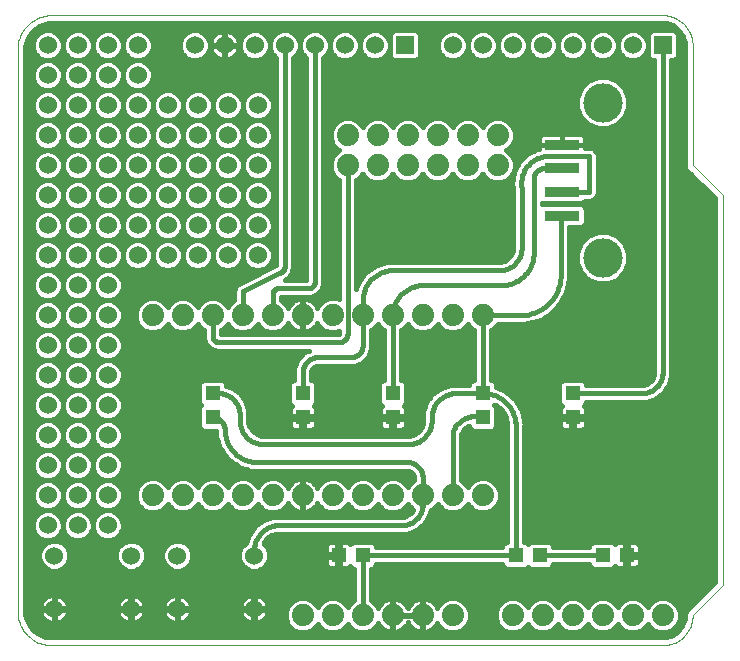
<source format=gtl>
G75*
G70*
%OFA0B0*%
%FSLAX24Y24*%
%IPPOS*%
%LPD*%
%AMOC8*
5,1,8,0,0,1.08239X$1,22.5*
%
%ADD10C,0.0000*%
%ADD11C,0.0740*%
%ADD12R,0.0600X0.0600*%
%ADD13C,0.0600*%
%ADD14R,0.0500X0.0500*%
%ADD15C,0.1310*%
%ADD16R,0.1181X0.0354*%
%ADD17C,0.0160*%
D10*
X001252Y000554D02*
X021752Y000554D01*
X021812Y000556D01*
X021873Y000561D01*
X021932Y000570D01*
X021991Y000583D01*
X022050Y000599D01*
X022107Y000619D01*
X022162Y000642D01*
X022217Y000669D01*
X022269Y000698D01*
X022320Y000731D01*
X022369Y000767D01*
X022415Y000805D01*
X022459Y000847D01*
X022501Y000891D01*
X022539Y000937D01*
X022575Y000986D01*
X022608Y001037D01*
X022637Y001089D01*
X022664Y001144D01*
X022687Y001199D01*
X022707Y001256D01*
X022723Y001315D01*
X022736Y001374D01*
X022745Y001433D01*
X022750Y001494D01*
X022752Y001554D01*
X023752Y002554D01*
X023752Y015554D01*
X022752Y016554D01*
X022752Y020554D01*
X022750Y020614D01*
X022745Y020675D01*
X022736Y020734D01*
X022723Y020793D01*
X022707Y020852D01*
X022687Y020909D01*
X022664Y020964D01*
X022637Y021019D01*
X022608Y021071D01*
X022575Y021122D01*
X022539Y021171D01*
X022501Y021217D01*
X022459Y021261D01*
X022415Y021303D01*
X022369Y021341D01*
X022320Y021377D01*
X022269Y021410D01*
X022217Y021439D01*
X022162Y021466D01*
X022107Y021489D01*
X022050Y021509D01*
X021991Y021525D01*
X021932Y021538D01*
X021873Y021547D01*
X021812Y021552D01*
X021752Y021554D01*
X001252Y021554D01*
X001252Y021555D02*
X001187Y021544D01*
X001123Y021529D01*
X001060Y021511D01*
X000997Y021489D01*
X000936Y021464D01*
X000877Y021435D01*
X000819Y021403D01*
X000763Y021368D01*
X000710Y021330D01*
X000658Y021289D01*
X000609Y021245D01*
X000562Y021198D01*
X000518Y021149D01*
X000477Y021097D01*
X000439Y021044D01*
X000404Y020988D01*
X000372Y020930D01*
X000343Y020871D01*
X000318Y020810D01*
X000296Y020747D01*
X000278Y020684D01*
X000263Y020620D01*
X000252Y020555D01*
X000252Y020554D02*
X000252Y001554D01*
X000263Y001489D01*
X000278Y001425D01*
X000296Y001362D01*
X000318Y001299D01*
X000343Y001238D01*
X000372Y001179D01*
X000404Y001121D01*
X000439Y001065D01*
X000477Y001012D01*
X000518Y000960D01*
X000562Y000911D01*
X000609Y000864D01*
X000658Y000820D01*
X000710Y000779D01*
X000763Y000741D01*
X000819Y000706D01*
X000877Y000674D01*
X000936Y000645D01*
X000997Y000620D01*
X001060Y000598D01*
X001123Y000580D01*
X001187Y000565D01*
X001252Y000554D01*
D11*
X004752Y005554D03*
X005752Y005554D03*
X006752Y005554D03*
X007752Y005554D03*
X008752Y005554D03*
X009752Y005554D03*
X010752Y005554D03*
X011752Y005554D03*
X012752Y005554D03*
X013752Y005554D03*
X014752Y005554D03*
X015752Y005554D03*
X016752Y001554D03*
X017752Y001554D03*
X018752Y001554D03*
X019752Y001554D03*
X020752Y001554D03*
X021752Y001554D03*
X014752Y001554D03*
X013752Y001554D03*
X012752Y001554D03*
X011752Y001554D03*
X010752Y001554D03*
X009752Y001554D03*
X009752Y011554D03*
X008752Y011554D03*
X007752Y011554D03*
X006752Y011554D03*
X005752Y011554D03*
X004752Y011554D03*
X010752Y011554D03*
X011752Y011554D03*
X012752Y011554D03*
X013752Y011554D03*
X014752Y011554D03*
X015752Y011554D03*
X015252Y016554D03*
X016252Y016554D03*
X016252Y017554D03*
X015252Y017554D03*
X014252Y017554D03*
X013252Y017554D03*
X012252Y017554D03*
X011252Y017554D03*
X011252Y016554D03*
X012252Y016554D03*
X013252Y016554D03*
X014252Y016554D03*
D12*
X013152Y020554D03*
X021752Y020554D03*
D13*
X020752Y020554D03*
X019752Y020554D03*
X018752Y020554D03*
X017752Y020554D03*
X016752Y020554D03*
X015752Y020554D03*
X014752Y020554D03*
X012152Y020554D03*
X011152Y020554D03*
X010152Y020554D03*
X009152Y020554D03*
X008152Y020554D03*
X007152Y020554D03*
X006152Y020554D03*
X004252Y020554D03*
X004252Y019554D03*
X003252Y019554D03*
X002252Y019554D03*
X001252Y019554D03*
X001252Y020554D03*
X002252Y020554D03*
X003252Y020554D03*
X003252Y018554D03*
X003252Y017554D03*
X004252Y017554D03*
X005252Y017554D03*
X006252Y017554D03*
X007252Y017554D03*
X008252Y017554D03*
X008252Y018554D03*
X007252Y018554D03*
X006252Y018554D03*
X005252Y018554D03*
X004252Y018554D03*
X002252Y018554D03*
X002252Y017554D03*
X001252Y017554D03*
X001252Y018554D03*
X001252Y016554D03*
X001252Y015554D03*
X002252Y015554D03*
X003252Y015554D03*
X004252Y015554D03*
X005252Y015554D03*
X006252Y015554D03*
X007252Y015554D03*
X008252Y015554D03*
X008252Y016554D03*
X007252Y016554D03*
X006252Y016554D03*
X005252Y016554D03*
X004252Y016554D03*
X003252Y016554D03*
X002252Y016554D03*
X002252Y014554D03*
X002252Y013554D03*
X003252Y013554D03*
X004252Y013554D03*
X005252Y013554D03*
X006252Y013554D03*
X007252Y013554D03*
X008252Y013554D03*
X008252Y014554D03*
X007252Y014554D03*
X006252Y014554D03*
X005252Y014554D03*
X004252Y014554D03*
X003252Y014554D03*
X001252Y014554D03*
X001252Y013554D03*
X001252Y012554D03*
X001252Y011554D03*
X002252Y011554D03*
X003252Y011554D03*
X003252Y012554D03*
X002252Y012554D03*
X002252Y010554D03*
X002252Y009554D03*
X003252Y009554D03*
X003252Y010554D03*
X001252Y010554D03*
X001252Y009554D03*
X001252Y008554D03*
X001252Y007554D03*
X002252Y007554D03*
X003252Y007554D03*
X003252Y008554D03*
X002252Y008554D03*
X002252Y006554D03*
X002252Y005554D03*
X003252Y005554D03*
X003252Y006554D03*
X001252Y006554D03*
X001252Y005554D03*
X001252Y004554D03*
X002252Y004554D03*
X003252Y004554D03*
X004032Y003544D03*
X005572Y003544D03*
X005572Y001764D03*
X004032Y001764D03*
X001472Y001764D03*
X001472Y003544D03*
X008132Y003544D03*
X008132Y001764D03*
D14*
X010952Y003554D03*
X011752Y003554D03*
X012752Y008154D03*
X012752Y008954D03*
X015752Y008954D03*
X015752Y008154D03*
X018752Y008154D03*
X018752Y008954D03*
X019752Y003554D03*
X020552Y003554D03*
X017652Y003554D03*
X016852Y003554D03*
X009752Y008154D03*
X009752Y008954D03*
X006752Y008954D03*
X006752Y008154D03*
D15*
X019752Y013469D03*
X019752Y018639D03*
D16*
X018394Y017235D03*
X018394Y016448D03*
X018394Y015661D03*
X018394Y014873D03*
D17*
X009528Y001030D02*
X000823Y001030D01*
X000769Y001071D02*
X000625Y001258D01*
X000534Y001475D01*
X000512Y001578D01*
X000512Y020530D01*
X000534Y020633D01*
X000625Y020850D01*
X000769Y021037D01*
X000956Y021181D01*
X001173Y021273D01*
X001276Y021294D01*
X021752Y021294D01*
X021868Y021285D01*
X022088Y021214D01*
X022275Y021078D01*
X022411Y020890D01*
X022483Y020670D01*
X022492Y020554D01*
X022492Y020513D01*
X022492Y020503D01*
X022492Y016503D01*
X022532Y016407D01*
X022605Y016334D01*
X023492Y015447D01*
X023492Y002662D01*
X022532Y001702D01*
X022492Y001606D01*
X022492Y001554D01*
X022483Y001439D01*
X022411Y001218D01*
X022275Y001031D01*
X022088Y000895D01*
X021868Y000823D01*
X021752Y000814D01*
X021725Y000814D01*
X021700Y000814D01*
X001276Y000814D01*
X001173Y000836D01*
X000956Y000928D01*
X000769Y001071D01*
X000679Y001189D02*
X009312Y001189D01*
X009269Y001231D02*
X009429Y001071D01*
X009639Y000984D01*
X009865Y000984D01*
X010075Y001071D01*
X010235Y001231D01*
X010252Y001272D01*
X010269Y001231D01*
X010429Y001071D01*
X010639Y000984D01*
X010865Y000984D01*
X011075Y001071D01*
X011235Y001231D01*
X011252Y001272D01*
X011269Y001231D01*
X011429Y001071D01*
X011639Y000984D01*
X011865Y000984D01*
X012075Y001071D01*
X012235Y001231D01*
X012263Y001298D01*
X012286Y001243D01*
X012440Y001088D01*
X012643Y001004D01*
X012732Y001004D01*
X012732Y001534D01*
X012772Y001534D01*
X012772Y001004D01*
X012861Y001004D01*
X013064Y001088D01*
X013218Y001243D01*
X013252Y001324D01*
X013286Y001243D01*
X013440Y001088D01*
X013643Y001004D01*
X013732Y001004D01*
X013732Y001534D01*
X013772Y001534D01*
X013772Y001004D01*
X013861Y001004D01*
X014064Y001088D01*
X014218Y001243D01*
X014241Y001298D01*
X014269Y001231D01*
X014429Y001071D01*
X014639Y000984D01*
X014865Y000984D01*
X015075Y001071D01*
X015235Y001231D01*
X015322Y001441D01*
X015322Y001668D01*
X015235Y001877D01*
X015075Y002038D01*
X014865Y002124D01*
X014639Y002124D01*
X014429Y002038D01*
X014269Y001877D01*
X014241Y001810D01*
X014218Y001866D01*
X014064Y002021D01*
X013861Y002104D01*
X013772Y002104D01*
X013772Y001575D01*
X013732Y001575D01*
X013732Y002104D01*
X013643Y002104D01*
X013440Y002021D01*
X013286Y001866D01*
X013252Y001784D01*
X013218Y001866D01*
X013064Y002021D01*
X012861Y002104D01*
X012772Y002104D01*
X012772Y001575D01*
X012732Y001575D01*
X012732Y002104D01*
X012643Y002104D01*
X012440Y002021D01*
X012286Y001866D01*
X012263Y001810D01*
X012235Y001877D01*
X012075Y002038D01*
X012032Y002055D01*
X012032Y003104D01*
X012085Y003104D01*
X012202Y003221D01*
X012202Y003274D01*
X016402Y003274D01*
X016402Y003221D01*
X016519Y003104D01*
X017185Y003104D01*
X017252Y003171D01*
X017319Y003104D01*
X017985Y003104D01*
X018102Y003221D01*
X018102Y003274D01*
X019302Y003274D01*
X019302Y003221D01*
X019419Y003104D01*
X020085Y003104D01*
X020166Y003186D01*
X020227Y003124D01*
X020507Y003124D01*
X020507Y003509D01*
X020597Y003509D01*
X020597Y003124D01*
X020876Y003124D01*
X020982Y003230D01*
X020982Y003509D01*
X020597Y003509D01*
X020597Y003599D01*
X020982Y003599D01*
X020982Y003879D01*
X020876Y003984D01*
X020597Y003984D01*
X020597Y003600D01*
X020507Y003600D01*
X020507Y003984D01*
X020227Y003984D01*
X020166Y003923D01*
X020085Y004004D01*
X019419Y004004D01*
X019302Y003887D01*
X019302Y003834D01*
X018102Y003834D01*
X018102Y003887D01*
X017985Y004004D01*
X017319Y004004D01*
X017252Y003937D01*
X017185Y004004D01*
X017132Y004004D01*
X017132Y007742D01*
X017151Y007947D01*
X017151Y007947D01*
X017053Y008375D01*
X016829Y008752D01*
X016499Y009040D01*
X016499Y009041D01*
X016202Y009168D01*
X016202Y009287D01*
X016085Y009404D01*
X016032Y009404D01*
X016032Y011053D01*
X016075Y011071D01*
X016235Y011231D01*
X016253Y011274D01*
X017002Y011274D01*
X017007Y011272D01*
X017057Y011274D01*
X017108Y011274D01*
X017113Y011276D01*
X017277Y011282D01*
X017687Y011409D01*
X017687Y011409D01*
X018051Y011637D01*
X018343Y011952D01*
X018544Y012331D01*
X018544Y012332D01*
X018640Y012750D01*
X018632Y012959D01*
X018632Y014496D01*
X019067Y014496D01*
X019184Y014613D01*
X019184Y015133D01*
X019067Y015250D01*
X017732Y015250D01*
X017732Y015283D01*
X019067Y015283D01*
X019158Y015374D01*
X019358Y015374D01*
X019461Y015417D01*
X019539Y015496D01*
X019582Y015599D01*
X019582Y015710D01*
X019582Y016910D01*
X019539Y017013D01*
X019461Y017092D01*
X019358Y017134D01*
X019246Y017134D01*
X019164Y017134D01*
X019164Y017227D01*
X018403Y017227D01*
X018403Y017244D01*
X019164Y017244D01*
X019164Y017487D01*
X019059Y017593D01*
X018402Y017593D01*
X018402Y017244D01*
X018385Y017244D01*
X018385Y017227D01*
X017623Y017227D01*
X017623Y017108D01*
X017570Y017099D01*
X017570Y017099D01*
X017235Y016925D01*
X017234Y016925D01*
X016970Y016656D01*
X016801Y016318D01*
X016745Y015945D01*
X016772Y015781D01*
X016772Y013769D01*
X016762Y013700D01*
X016707Y013563D01*
X016613Y013449D01*
X016488Y013371D01*
X016345Y013335D01*
X016308Y013334D01*
X016308Y013334D01*
X016261Y013334D01*
X016215Y013337D01*
X016206Y013334D01*
X012696Y013334D01*
X012549Y013334D01*
X012164Y013209D01*
X012164Y013209D01*
X011836Y012971D01*
X011836Y012971D01*
X011836Y012971D01*
X011597Y012643D01*
X011597Y012643D01*
X011532Y012441D01*
X011532Y016053D01*
X011575Y016071D01*
X011735Y016231D01*
X011752Y016272D01*
X011769Y016231D01*
X011929Y016071D01*
X012139Y015984D01*
X012365Y015984D01*
X012575Y016071D01*
X012735Y016231D01*
X012752Y016272D01*
X012769Y016231D01*
X012929Y016071D01*
X013139Y015984D01*
X013365Y015984D01*
X013575Y016071D01*
X013735Y016231D01*
X013752Y016272D01*
X013769Y016231D01*
X013929Y016071D01*
X014139Y015984D01*
X014365Y015984D01*
X014575Y016071D01*
X014735Y016231D01*
X014752Y016272D01*
X014769Y016231D01*
X014929Y016071D01*
X015139Y015984D01*
X015365Y015984D01*
X015575Y016071D01*
X015735Y016231D01*
X015752Y016272D01*
X015769Y016231D01*
X015929Y016071D01*
X016139Y015984D01*
X016365Y015984D01*
X016575Y016071D01*
X016735Y016231D01*
X016822Y016441D01*
X016822Y016668D01*
X016735Y016877D01*
X016575Y017038D01*
X016534Y017054D01*
X016575Y017071D01*
X016735Y017231D01*
X016822Y017441D01*
X016822Y017668D01*
X016735Y017877D01*
X016575Y018038D01*
X016365Y018124D01*
X016139Y018124D01*
X015929Y018038D01*
X015769Y017877D01*
X015752Y017837D01*
X015735Y017877D01*
X015575Y018038D01*
X015365Y018124D01*
X015139Y018124D01*
X014929Y018038D01*
X014769Y017877D01*
X014752Y017837D01*
X014735Y017877D01*
X014575Y018038D01*
X014365Y018124D01*
X014139Y018124D01*
X013929Y018038D01*
X013769Y017877D01*
X013752Y017837D01*
X013735Y017877D01*
X013575Y018038D01*
X013365Y018124D01*
X013139Y018124D01*
X012929Y018038D01*
X012769Y017877D01*
X012752Y017837D01*
X012735Y017877D01*
X012575Y018038D01*
X012365Y018124D01*
X012139Y018124D01*
X011929Y018038D01*
X011769Y017877D01*
X011752Y017837D01*
X011735Y017877D01*
X011575Y018038D01*
X011365Y018124D01*
X011139Y018124D01*
X010929Y018038D01*
X010769Y017877D01*
X010682Y017668D01*
X010682Y017441D01*
X010769Y017231D01*
X010929Y017071D01*
X010970Y017054D01*
X010929Y017038D01*
X010769Y016877D01*
X010682Y016668D01*
X010682Y016441D01*
X010769Y016231D01*
X010929Y016071D01*
X010972Y016053D01*
X010972Y012080D01*
X010865Y012124D01*
X010639Y012124D01*
X010429Y012038D01*
X010269Y011877D01*
X010241Y011810D01*
X010218Y011866D01*
X010064Y012021D01*
X009861Y012104D01*
X009772Y012104D01*
X009772Y011575D01*
X009732Y011575D01*
X009732Y012104D01*
X009643Y012104D01*
X009440Y012021D01*
X009286Y011866D01*
X009263Y011810D01*
X009235Y011877D01*
X009075Y012038D01*
X009032Y012055D01*
X009032Y012174D01*
X010008Y012174D01*
X010047Y012174D01*
X010047Y012174D01*
X010224Y012247D01*
X010359Y012382D01*
X010359Y012382D01*
X010432Y012559D01*
X010432Y012599D01*
X010432Y012654D01*
X010432Y012710D01*
X010432Y020129D01*
X010435Y020130D01*
X010576Y020271D01*
X010652Y020455D01*
X010652Y020654D01*
X010576Y020838D01*
X010435Y020978D01*
X010251Y021054D01*
X010052Y021054D01*
X009869Y020978D01*
X009728Y020838D01*
X009652Y020654D01*
X009576Y020838D01*
X009435Y020978D01*
X009251Y021054D01*
X009052Y021054D01*
X008869Y020978D01*
X008728Y020838D01*
X008652Y020654D01*
X008652Y020455D01*
X008728Y020271D01*
X008869Y020130D01*
X008872Y020129D01*
X008872Y013282D01*
X008866Y013254D01*
X008872Y013227D01*
X008860Y013221D01*
X008842Y013218D01*
X008811Y013197D01*
X007635Y012609D01*
X007593Y012592D01*
X007586Y012584D01*
X007577Y012580D01*
X007547Y012545D01*
X007515Y012513D01*
X007511Y012504D01*
X007504Y012496D01*
X007489Y012452D01*
X007472Y012410D01*
X007472Y012400D01*
X007469Y012390D01*
X007472Y012344D01*
X007472Y012055D01*
X007429Y012038D01*
X007269Y011877D01*
X007252Y011837D01*
X007235Y011877D01*
X007075Y012038D01*
X006865Y012124D01*
X006639Y012124D01*
X006429Y012038D01*
X006269Y011877D01*
X006252Y011837D01*
X006235Y011877D01*
X006075Y012038D01*
X005865Y012124D01*
X005639Y012124D01*
X005429Y012038D01*
X005269Y011877D01*
X005252Y011837D01*
X005235Y011877D01*
X005075Y012038D01*
X004865Y012124D01*
X004639Y012124D01*
X004429Y012038D01*
X004269Y011877D01*
X004182Y011668D01*
X004182Y011441D01*
X004269Y011231D01*
X004429Y011071D01*
X004639Y010984D01*
X004865Y010984D01*
X005075Y011071D01*
X005235Y011231D01*
X005252Y011272D01*
X005269Y011231D01*
X005429Y011071D01*
X005639Y010984D01*
X005865Y010984D01*
X006075Y011071D01*
X006235Y011231D01*
X006252Y011272D01*
X006269Y011231D01*
X006429Y011071D01*
X006472Y011053D01*
X006472Y010799D01*
X006472Y010799D01*
X006472Y010759D01*
X006472Y010759D01*
X006545Y010582D01*
X006680Y010447D01*
X006856Y010374D01*
X006896Y010374D01*
X006958Y010374D01*
X007008Y010374D01*
X009952Y010374D01*
X009810Y010316D01*
X009591Y010096D01*
X009472Y009809D01*
X009472Y009710D01*
X009472Y009404D01*
X009419Y009404D01*
X009302Y009287D01*
X009302Y008621D01*
X009383Y008540D01*
X009322Y008479D01*
X009322Y008199D01*
X009707Y008199D01*
X009707Y008109D01*
X009797Y008109D01*
X009797Y007724D01*
X010076Y007724D01*
X010182Y007830D01*
X010182Y008109D01*
X009797Y008109D01*
X009797Y008199D01*
X010182Y008199D01*
X010182Y008479D01*
X010121Y008540D01*
X010202Y008621D01*
X010202Y009287D01*
X010085Y009404D01*
X010032Y009404D01*
X010032Y009654D01*
X010036Y009697D01*
X010069Y009777D01*
X010130Y009837D01*
X010209Y009870D01*
X010252Y009874D01*
X011296Y009874D01*
X011309Y009874D01*
X011408Y009874D01*
X011487Y009874D01*
X011487Y009874D01*
X011737Y009978D01*
X011737Y009978D01*
X011928Y010169D01*
X012032Y010419D01*
X012032Y010499D01*
X012032Y011053D01*
X012075Y011071D01*
X012235Y011231D01*
X012252Y011272D01*
X012269Y011231D01*
X012429Y011071D01*
X012472Y011053D01*
X012472Y009404D01*
X012419Y009404D01*
X012302Y009287D01*
X012302Y008621D01*
X012383Y008540D01*
X012322Y008479D01*
X012322Y008199D01*
X012707Y008199D01*
X012707Y008109D01*
X012797Y008109D01*
X012797Y007724D01*
X013076Y007724D01*
X013182Y007830D01*
X013182Y008109D01*
X012797Y008109D01*
X012797Y008199D01*
X013182Y008199D01*
X013182Y008479D01*
X013121Y008540D01*
X013202Y008621D01*
X013202Y009287D01*
X013085Y009404D01*
X013032Y009404D01*
X013032Y011053D01*
X013075Y011071D01*
X013235Y011231D01*
X013252Y011272D01*
X013269Y011231D01*
X013429Y011071D01*
X013639Y010984D01*
X013865Y010984D01*
X014075Y011071D01*
X014235Y011231D01*
X014252Y011272D01*
X014269Y011231D01*
X014429Y011071D01*
X014639Y010984D01*
X014865Y010984D01*
X015075Y011071D01*
X015235Y011231D01*
X015252Y011272D01*
X015269Y011231D01*
X015429Y011071D01*
X015472Y011053D01*
X015472Y009404D01*
X015419Y009404D01*
X015302Y009287D01*
X015302Y009234D01*
X014796Y009234D01*
X014681Y009234D01*
X014356Y009129D01*
X014356Y009129D01*
X014079Y008927D01*
X013878Y008651D01*
X013878Y008651D01*
X013772Y008325D01*
X013772Y008210D01*
X013772Y008210D01*
X013772Y008154D01*
X013772Y008099D01*
X013772Y008054D01*
X013766Y007973D01*
X013715Y007818D01*
X013620Y007687D01*
X013488Y007591D01*
X013333Y007541D01*
X013252Y007534D01*
X013214Y007534D01*
X013196Y007534D01*
X008452Y007534D01*
X008371Y007541D01*
X008216Y007591D01*
X008084Y007687D01*
X007989Y007818D01*
X007938Y007973D01*
X007932Y008054D01*
X007932Y008110D01*
X007932Y008199D01*
X007932Y008254D01*
X007932Y008409D01*
X007932Y008410D01*
X007836Y008705D01*
X007654Y008956D01*
X007654Y008956D01*
X007654Y008956D01*
X007402Y009138D01*
X007202Y009204D01*
X007202Y009287D01*
X007085Y009404D01*
X006419Y009404D01*
X006302Y009287D01*
X006302Y008621D01*
X006369Y008554D01*
X006302Y008487D01*
X006302Y007821D01*
X006419Y007704D01*
X006872Y007704D01*
X006872Y007699D01*
X006872Y007536D01*
X006872Y007536D01*
X007007Y007120D01*
X007264Y006766D01*
X007618Y006509D01*
X008033Y006374D01*
X008033Y006374D01*
X008196Y006374D01*
X008251Y006374D01*
X008252Y006374D01*
X008308Y006374D01*
X013252Y006374D01*
X013295Y006370D01*
X013374Y006337D01*
X013435Y006277D01*
X013468Y006197D01*
X013472Y006154D01*
X013472Y006125D01*
X013472Y006099D01*
X013472Y006055D01*
X013429Y006038D01*
X013269Y005877D01*
X013252Y005837D01*
X013235Y005877D01*
X013075Y006038D01*
X012865Y006124D01*
X012639Y006124D01*
X012429Y006038D01*
X012269Y005877D01*
X012252Y005837D01*
X012235Y005877D01*
X012075Y006038D01*
X011865Y006124D01*
X011639Y006124D01*
X011429Y006038D01*
X011269Y005877D01*
X011252Y005837D01*
X011235Y005877D01*
X011075Y006038D01*
X010865Y006124D01*
X010639Y006124D01*
X010429Y006038D01*
X010269Y005877D01*
X010241Y005810D01*
X010218Y005866D01*
X010064Y006021D01*
X009861Y006104D01*
X009772Y006104D01*
X009772Y005575D01*
X009732Y005575D01*
X009732Y006104D01*
X009643Y006104D01*
X009440Y006021D01*
X009286Y005866D01*
X009263Y005810D01*
X009235Y005877D01*
X009075Y006038D01*
X008865Y006124D01*
X008639Y006124D01*
X008429Y006038D01*
X008269Y005877D01*
X008252Y005837D01*
X008235Y005877D01*
X008075Y006038D01*
X007865Y006124D01*
X007639Y006124D01*
X007429Y006038D01*
X007269Y005877D01*
X007252Y005837D01*
X007235Y005877D01*
X007075Y006038D01*
X006865Y006124D01*
X006639Y006124D01*
X006429Y006038D01*
X006269Y005877D01*
X006252Y005837D01*
X006235Y005877D01*
X006075Y006038D01*
X005865Y006124D01*
X005639Y006124D01*
X005429Y006038D01*
X005269Y005877D01*
X005252Y005837D01*
X005235Y005877D01*
X005075Y006038D01*
X004865Y006124D01*
X004639Y006124D01*
X004429Y006038D01*
X004269Y005877D01*
X004182Y005668D01*
X004182Y005441D01*
X004269Y005231D01*
X004429Y005071D01*
X004639Y004984D01*
X004865Y004984D01*
X005075Y005071D01*
X005235Y005231D01*
X005252Y005272D01*
X005269Y005231D01*
X005429Y005071D01*
X005639Y004984D01*
X005865Y004984D01*
X006075Y005071D01*
X006235Y005231D01*
X006252Y005272D01*
X006269Y005231D01*
X006429Y005071D01*
X006639Y004984D01*
X006865Y004984D01*
X007075Y005071D01*
X007235Y005231D01*
X007252Y005272D01*
X007269Y005231D01*
X007429Y005071D01*
X007639Y004984D01*
X007865Y004984D01*
X008075Y005071D01*
X008235Y005231D01*
X008252Y005272D01*
X008269Y005231D01*
X008429Y005071D01*
X008639Y004984D01*
X008865Y004984D01*
X009075Y005071D01*
X009235Y005231D01*
X009263Y005298D01*
X009286Y005243D01*
X009440Y005088D01*
X009643Y005004D01*
X009732Y005004D01*
X009732Y005534D01*
X009772Y005534D01*
X009772Y005004D01*
X009861Y005004D01*
X010064Y005088D01*
X010218Y005243D01*
X010241Y005298D01*
X010269Y005231D01*
X010429Y005071D01*
X010639Y004984D01*
X010865Y004984D01*
X011075Y005071D01*
X011235Y005231D01*
X011252Y005272D01*
X011269Y005231D01*
X011429Y005071D01*
X011639Y004984D01*
X011865Y004984D01*
X012075Y005071D01*
X012235Y005231D01*
X012252Y005272D01*
X012269Y005231D01*
X012429Y005071D01*
X012639Y004984D01*
X012865Y004984D01*
X013075Y005071D01*
X013235Y005231D01*
X013252Y005272D01*
X013269Y005231D01*
X013429Y005071D01*
X013426Y005064D01*
X013349Y004957D01*
X013243Y004880D01*
X013118Y004839D01*
X013052Y004834D01*
X012996Y004834D01*
X009008Y004834D01*
X008968Y004834D01*
X008952Y004834D01*
X008927Y004834D01*
X008896Y004834D01*
X008778Y004834D01*
X008446Y004727D01*
X008164Y004522D01*
X007960Y004240D01*
X007875Y003979D01*
X007849Y003968D01*
X007708Y003828D01*
X007632Y003644D01*
X007632Y003445D01*
X007708Y003261D01*
X007849Y003120D01*
X008032Y003044D01*
X008231Y003044D01*
X008415Y003120D01*
X008556Y003261D01*
X008632Y003445D01*
X008632Y003644D01*
X008556Y003828D01*
X008454Y003929D01*
X008471Y003979D01*
X008570Y004116D01*
X008707Y004215D01*
X008867Y004268D01*
X008952Y004274D01*
X008968Y004274D01*
X009008Y004274D01*
X012996Y004274D01*
X013052Y004274D01*
X013207Y004274D01*
X013502Y004370D01*
X013502Y004370D01*
X013754Y004553D01*
X013936Y004804D01*
X014015Y005046D01*
X014075Y005071D01*
X014235Y005231D01*
X014252Y005272D01*
X014269Y005231D01*
X014429Y005071D01*
X014639Y004984D01*
X014865Y004984D01*
X015075Y005071D01*
X015235Y005231D01*
X015252Y005272D01*
X015269Y005231D01*
X015429Y005071D01*
X015639Y004984D01*
X015865Y004984D01*
X016075Y005071D01*
X016235Y005231D01*
X016322Y005441D01*
X016322Y005668D01*
X016235Y005877D01*
X016075Y006038D01*
X015865Y006124D01*
X015639Y006124D01*
X015429Y006038D01*
X015269Y005877D01*
X015252Y005837D01*
X015235Y005877D01*
X015075Y006038D01*
X015032Y006055D01*
X015032Y007600D01*
X015049Y007640D01*
X015144Y007768D01*
X015274Y007861D01*
X015302Y007870D01*
X015302Y007821D01*
X015419Y007704D01*
X016085Y007704D01*
X016202Y007821D01*
X016202Y008487D01*
X016135Y008554D01*
X016150Y008570D01*
X016191Y008552D01*
X016385Y008382D01*
X016385Y008382D01*
X016517Y008161D01*
X016575Y007909D01*
X016574Y007814D01*
X016572Y007810D01*
X016572Y007767D01*
X016568Y007724D01*
X016572Y007712D01*
X016572Y004004D01*
X016519Y004004D01*
X016402Y003887D01*
X016402Y003834D01*
X012202Y003834D01*
X012202Y003887D01*
X012085Y004004D01*
X011419Y004004D01*
X011338Y003923D01*
X011276Y003984D01*
X010997Y003984D01*
X010997Y003600D01*
X010907Y003600D01*
X010907Y003984D01*
X010627Y003984D01*
X010522Y003879D01*
X010522Y003599D01*
X010907Y003599D01*
X010907Y003509D01*
X010997Y003509D01*
X010997Y003124D01*
X011276Y003124D01*
X011338Y003186D01*
X011419Y003104D01*
X011472Y003104D01*
X011472Y002055D01*
X011429Y002038D01*
X011269Y001877D01*
X011252Y001837D01*
X011235Y001877D01*
X011075Y002038D01*
X010865Y002124D01*
X010639Y002124D01*
X010429Y002038D01*
X010269Y001877D01*
X010252Y001837D01*
X010235Y001877D01*
X010075Y002038D01*
X009865Y002124D01*
X009639Y002124D01*
X009429Y002038D01*
X009269Y001877D01*
X009182Y001668D01*
X009182Y001441D01*
X009269Y001231D01*
X009221Y001347D02*
X008379Y001347D01*
X008404Y001357D02*
X008539Y001492D01*
X008612Y001669D01*
X008612Y001744D01*
X008152Y001744D01*
X008152Y001284D01*
X008227Y001284D01*
X008404Y001357D01*
X008544Y001506D02*
X009182Y001506D01*
X009182Y001664D02*
X008610Y001664D01*
X008612Y001784D02*
X008612Y001860D01*
X008539Y002036D01*
X008404Y002171D01*
X008227Y002244D01*
X008152Y002244D01*
X008152Y001785D01*
X008112Y001785D01*
X008112Y002244D01*
X008036Y002244D01*
X007860Y002171D01*
X007725Y002036D01*
X007652Y001860D01*
X007652Y001784D01*
X008112Y001784D01*
X008112Y001744D01*
X008152Y001744D01*
X008152Y001784D01*
X008612Y001784D01*
X008612Y001823D02*
X009246Y001823D01*
X009373Y001981D02*
X008562Y001981D01*
X008435Y002140D02*
X011472Y002140D01*
X011472Y002298D02*
X000512Y002298D01*
X000512Y002140D02*
X001169Y002140D01*
X001200Y002171D02*
X001065Y002036D01*
X000992Y001860D01*
X000992Y001784D01*
X001452Y001784D01*
X001452Y001744D01*
X001492Y001744D01*
X001492Y001284D01*
X001567Y001284D01*
X001744Y001357D01*
X001879Y001492D01*
X001952Y001669D01*
X001952Y001744D01*
X001492Y001744D01*
X001492Y001784D01*
X001952Y001784D01*
X001952Y001860D01*
X001879Y002036D01*
X001744Y002171D01*
X001567Y002244D01*
X001492Y002244D01*
X001492Y001785D01*
X001452Y001785D01*
X001452Y002244D01*
X001376Y002244D01*
X001200Y002171D01*
X001042Y001981D02*
X000512Y001981D01*
X000512Y001823D02*
X000992Y001823D01*
X000992Y001744D02*
X000992Y001669D01*
X001065Y001492D01*
X001200Y001357D01*
X001376Y001284D01*
X001452Y001284D01*
X001452Y001744D01*
X000992Y001744D01*
X000994Y001664D02*
X000512Y001664D01*
X000527Y001506D02*
X001060Y001506D01*
X001225Y001347D02*
X000588Y001347D01*
X001089Y000871D02*
X022015Y000871D01*
X021976Y001030D02*
X022274Y001030D01*
X022192Y001189D02*
X022390Y001189D01*
X022235Y001231D02*
X022322Y001441D01*
X022322Y001668D01*
X022235Y001877D01*
X022075Y002038D01*
X021865Y002124D01*
X021639Y002124D01*
X021429Y002038D01*
X021269Y001877D01*
X021252Y001837D01*
X021235Y001877D01*
X021075Y002038D01*
X020865Y002124D01*
X020639Y002124D01*
X020429Y002038D01*
X020269Y001877D01*
X020252Y001837D01*
X020235Y001877D01*
X020075Y002038D01*
X019865Y002124D01*
X019639Y002124D01*
X019429Y002038D01*
X019269Y001877D01*
X019252Y001837D01*
X019235Y001877D01*
X019075Y002038D01*
X018865Y002124D01*
X018639Y002124D01*
X018429Y002038D01*
X018269Y001877D01*
X018252Y001837D01*
X018235Y001877D01*
X018075Y002038D01*
X017865Y002124D01*
X017639Y002124D01*
X017429Y002038D01*
X017269Y001877D01*
X017252Y001837D01*
X017235Y001877D01*
X017075Y002038D01*
X016865Y002124D01*
X016639Y002124D01*
X016429Y002038D01*
X016269Y001877D01*
X016182Y001668D01*
X016182Y001441D01*
X016269Y001231D01*
X016429Y001071D01*
X016639Y000984D01*
X016865Y000984D01*
X017075Y001071D01*
X017235Y001231D01*
X017252Y001272D01*
X017269Y001231D01*
X017429Y001071D01*
X017639Y000984D01*
X017865Y000984D01*
X018075Y001071D01*
X018235Y001231D01*
X018252Y001272D01*
X018269Y001231D01*
X018429Y001071D01*
X018639Y000984D01*
X018865Y000984D01*
X019075Y001071D01*
X019235Y001231D01*
X019252Y001272D01*
X019269Y001231D01*
X019429Y001071D01*
X019639Y000984D01*
X019865Y000984D01*
X020075Y001071D01*
X020235Y001231D01*
X020252Y001272D01*
X020269Y001231D01*
X020429Y001071D01*
X020639Y000984D01*
X020865Y000984D01*
X021075Y001071D01*
X021235Y001231D01*
X021252Y001272D01*
X021269Y001231D01*
X021429Y001071D01*
X021639Y000984D01*
X021865Y000984D01*
X022075Y001071D01*
X022235Y001231D01*
X022283Y001347D02*
X022453Y001347D01*
X022488Y001506D02*
X022322Y001506D01*
X022322Y001664D02*
X022516Y001664D01*
X022653Y001823D02*
X022258Y001823D01*
X022131Y001981D02*
X022811Y001981D01*
X022970Y002140D02*
X012032Y002140D01*
X012032Y002298D02*
X023128Y002298D01*
X023287Y002457D02*
X012032Y002457D01*
X012032Y002615D02*
X023445Y002615D01*
X023492Y002774D02*
X012032Y002774D01*
X012032Y002932D02*
X023492Y002932D01*
X023492Y003091D02*
X012032Y003091D01*
X012202Y003250D02*
X016402Y003250D01*
X016852Y003554D02*
X016852Y007754D01*
X017132Y007689D02*
X023492Y007689D01*
X023492Y007847D02*
X019182Y007847D01*
X019182Y007830D02*
X019182Y008109D01*
X018797Y008109D01*
X018797Y007724D01*
X019076Y007724D01*
X019182Y007830D01*
X019182Y008006D02*
X023492Y008006D01*
X023492Y008164D02*
X018797Y008164D01*
X018797Y008199D02*
X018797Y008109D01*
X018707Y008109D01*
X018707Y007724D01*
X018427Y007724D01*
X018322Y007830D01*
X018322Y008109D01*
X018707Y008109D01*
X018707Y008199D01*
X018322Y008199D01*
X018322Y008479D01*
X018383Y008540D01*
X018302Y008621D01*
X018302Y009287D01*
X018419Y009404D01*
X019085Y009404D01*
X019202Y009287D01*
X019202Y009234D01*
X020996Y009234D01*
X021052Y009234D01*
X021052Y009234D01*
X021118Y009239D01*
X021243Y009280D01*
X021349Y009357D01*
X021426Y009464D01*
X021467Y009589D01*
X021472Y009654D01*
X021472Y020054D01*
X021369Y020054D01*
X021252Y020171D01*
X021252Y020937D01*
X021369Y021054D01*
X022135Y021054D01*
X022252Y020937D01*
X022252Y020171D01*
X022135Y020054D01*
X022032Y020054D01*
X022032Y009599D01*
X022032Y009499D01*
X022032Y009499D01*
X021936Y009204D01*
X021936Y009204D01*
X021754Y008953D01*
X021754Y008953D01*
X021502Y008770D01*
X021207Y008674D01*
X021108Y008674D01*
X021052Y008674D01*
X020996Y008674D01*
X019202Y008674D01*
X019202Y008621D01*
X019121Y008540D01*
X019182Y008479D01*
X019182Y008199D01*
X018797Y008199D01*
X018707Y008164D02*
X017101Y008164D01*
X017137Y008006D02*
X018322Y008006D01*
X018322Y007847D02*
X017141Y007847D01*
X017132Y007530D02*
X023492Y007530D01*
X023492Y007372D02*
X017132Y007372D01*
X017132Y007213D02*
X023492Y007213D01*
X023492Y007055D02*
X017132Y007055D01*
X017132Y006896D02*
X023492Y006896D01*
X023492Y006738D02*
X017132Y006738D01*
X017132Y006579D02*
X023492Y006579D01*
X023492Y006420D02*
X017132Y006420D01*
X017132Y006262D02*
X023492Y006262D01*
X023492Y006103D02*
X017132Y006103D01*
X017132Y005945D02*
X023492Y005945D01*
X023492Y005786D02*
X017132Y005786D01*
X017132Y005628D02*
X023492Y005628D01*
X023492Y005469D02*
X017132Y005469D01*
X017132Y005311D02*
X023492Y005311D01*
X023492Y005152D02*
X017132Y005152D01*
X017132Y004994D02*
X023492Y004994D01*
X023492Y004835D02*
X017132Y004835D01*
X017132Y004676D02*
X023492Y004676D01*
X023492Y004518D02*
X017132Y004518D01*
X017132Y004359D02*
X023492Y004359D01*
X023492Y004201D02*
X017132Y004201D01*
X017132Y004042D02*
X023492Y004042D01*
X023492Y003884D02*
X020977Y003884D01*
X020982Y003725D02*
X023492Y003725D01*
X023492Y003567D02*
X020597Y003567D01*
X020597Y003725D02*
X020507Y003725D01*
X020507Y003884D02*
X020597Y003884D01*
X020597Y003408D02*
X020507Y003408D01*
X020507Y003250D02*
X020597Y003250D01*
X020982Y003250D02*
X023492Y003250D01*
X023492Y003408D02*
X020982Y003408D01*
X019752Y003554D02*
X017652Y003554D01*
X018102Y003250D02*
X019302Y003250D01*
X019302Y003884D02*
X018102Y003884D01*
X016852Y003554D02*
X011752Y003554D01*
X011752Y001554D01*
X012131Y001981D02*
X012401Y001981D01*
X012268Y001823D02*
X012258Y001823D01*
X012732Y001823D02*
X012772Y001823D01*
X012772Y001981D02*
X012732Y001981D01*
X012732Y001664D02*
X012772Y001664D01*
X012772Y001574D02*
X013202Y001574D01*
X013732Y001574D01*
X013732Y001534D01*
X013202Y001534D01*
X012772Y001534D01*
X012772Y001574D01*
X012772Y001506D02*
X012732Y001506D01*
X012732Y001347D02*
X012772Y001347D01*
X012772Y001189D02*
X012732Y001189D01*
X012732Y001030D02*
X012772Y001030D01*
X012923Y001030D02*
X013581Y001030D01*
X013732Y001030D02*
X013772Y001030D01*
X013923Y001030D02*
X014528Y001030D01*
X014312Y001189D02*
X014164Y001189D01*
X013772Y001189D02*
X013732Y001189D01*
X013732Y001347D02*
X013772Y001347D01*
X013772Y001506D02*
X013732Y001506D01*
X013732Y001664D02*
X013772Y001664D01*
X013772Y001823D02*
X013732Y001823D01*
X013732Y001981D02*
X013772Y001981D01*
X014103Y001981D02*
X014373Y001981D01*
X014246Y001823D02*
X014236Y001823D01*
X013401Y001981D02*
X013103Y001981D01*
X013236Y001823D02*
X013268Y001823D01*
X013340Y001189D02*
X013164Y001189D01*
X012581Y001030D02*
X011976Y001030D01*
X012192Y001189D02*
X012340Y001189D01*
X011528Y001030D02*
X010976Y001030D01*
X011192Y001189D02*
X011312Y001189D01*
X011373Y001981D02*
X011131Y001981D01*
X011472Y002457D02*
X000512Y002457D01*
X000512Y002615D02*
X011472Y002615D01*
X011472Y002774D02*
X000512Y002774D01*
X000512Y002932D02*
X011472Y002932D01*
X011472Y003091D02*
X008344Y003091D01*
X008544Y003250D02*
X010522Y003250D01*
X010522Y003230D02*
X010627Y003124D01*
X010907Y003124D01*
X010907Y003509D01*
X010522Y003509D01*
X010522Y003230D01*
X010522Y003408D02*
X008617Y003408D01*
X008632Y003567D02*
X010907Y003567D01*
X010907Y003725D02*
X010997Y003725D01*
X010997Y003884D02*
X010907Y003884D01*
X010527Y003884D02*
X008500Y003884D01*
X008516Y004042D02*
X016572Y004042D01*
X016572Y004201D02*
X008687Y004201D01*
X008952Y004554D02*
X013052Y004554D01*
X013061Y004835D02*
X003677Y004835D01*
X003676Y004838D02*
X003535Y004978D01*
X003351Y005054D01*
X003535Y005130D01*
X003676Y005271D01*
X003752Y005455D01*
X003752Y005654D01*
X003676Y005838D01*
X003535Y005978D01*
X003351Y006054D01*
X003535Y006130D01*
X003676Y006271D01*
X003752Y006455D01*
X003752Y006654D01*
X003676Y006838D01*
X003535Y006978D01*
X003351Y007054D01*
X003535Y007130D01*
X003676Y007271D01*
X003752Y007455D01*
X003752Y007654D01*
X003676Y007838D01*
X003535Y007978D01*
X003351Y008054D01*
X003535Y008130D01*
X003676Y008271D01*
X003752Y008455D01*
X003752Y008654D01*
X003676Y008838D01*
X003535Y008978D01*
X003351Y009054D01*
X003535Y009130D01*
X003676Y009271D01*
X003752Y009455D01*
X003752Y009654D01*
X003676Y009838D01*
X003535Y009978D01*
X003351Y010054D01*
X003535Y010130D01*
X003676Y010271D01*
X003752Y010455D01*
X003752Y010654D01*
X003676Y010838D01*
X003535Y010978D01*
X003351Y011054D01*
X003535Y011130D01*
X003676Y011271D01*
X003752Y011455D01*
X003752Y011654D01*
X003676Y011838D01*
X003535Y011978D01*
X003351Y012054D01*
X003535Y012130D01*
X003676Y012271D01*
X003752Y012455D01*
X003752Y012654D01*
X003676Y012838D01*
X003535Y012978D01*
X003351Y013054D01*
X003535Y013130D01*
X003676Y013271D01*
X003752Y013455D01*
X003752Y013654D01*
X003676Y013838D01*
X003535Y013978D01*
X003351Y014054D01*
X003535Y014130D01*
X003676Y014271D01*
X003752Y014455D01*
X003752Y014654D01*
X003676Y014838D01*
X003535Y014978D01*
X003351Y015054D01*
X003152Y015054D01*
X002969Y014978D01*
X002828Y014838D01*
X002752Y014654D01*
X002752Y014455D01*
X002828Y014271D01*
X002969Y014130D01*
X003152Y014054D01*
X002969Y013978D01*
X002828Y013838D01*
X002752Y013654D01*
X002676Y013838D01*
X002535Y013978D01*
X002351Y014054D01*
X002535Y014130D01*
X002676Y014271D01*
X002752Y014455D01*
X002752Y014654D01*
X002676Y014838D01*
X002535Y014978D01*
X002351Y015054D01*
X002152Y015054D01*
X001969Y014978D01*
X001828Y014838D01*
X001752Y014654D01*
X001752Y014455D01*
X001828Y014271D01*
X001969Y014130D01*
X002152Y014054D01*
X001969Y013978D01*
X001828Y013838D01*
X001752Y013654D01*
X001676Y013838D01*
X001535Y013978D01*
X001351Y014054D01*
X001535Y014130D01*
X001676Y014271D01*
X001752Y014455D01*
X001752Y014654D01*
X001676Y014838D01*
X001535Y014978D01*
X001351Y015054D01*
X001152Y015054D01*
X000969Y014978D01*
X000828Y014838D01*
X000752Y014654D01*
X000752Y014455D01*
X000828Y014271D01*
X000969Y014130D01*
X001152Y014054D01*
X000969Y013978D01*
X000828Y013838D01*
X000752Y013654D01*
X000752Y013455D01*
X000828Y013271D01*
X000969Y013130D01*
X001152Y013054D01*
X000969Y012978D01*
X000828Y012838D01*
X000752Y012654D01*
X000752Y012455D01*
X000828Y012271D01*
X000969Y012130D01*
X001152Y012054D01*
X000969Y011978D01*
X000828Y011838D01*
X000752Y011654D01*
X000752Y011455D01*
X000828Y011271D01*
X000969Y011130D01*
X001152Y011054D01*
X000969Y010978D01*
X000828Y010838D01*
X000752Y010654D01*
X000752Y010455D01*
X000828Y010271D01*
X000969Y010130D01*
X001152Y010054D01*
X000969Y009978D01*
X000828Y009838D01*
X000752Y009654D01*
X000752Y009455D01*
X000828Y009271D01*
X000969Y009130D01*
X001152Y009054D01*
X000969Y008978D01*
X000828Y008838D01*
X000752Y008654D01*
X000752Y008455D01*
X000828Y008271D01*
X000969Y008130D01*
X001152Y008054D01*
X000969Y007978D01*
X000828Y007838D01*
X000752Y007654D01*
X000752Y007455D01*
X000828Y007271D01*
X000969Y007130D01*
X001152Y007054D01*
X000969Y006978D01*
X000828Y006838D01*
X000752Y006654D01*
X000752Y006455D01*
X000828Y006271D01*
X000969Y006130D01*
X001152Y006054D01*
X000969Y005978D01*
X000828Y005838D01*
X000752Y005654D01*
X000752Y005455D01*
X000828Y005271D01*
X000969Y005130D01*
X001152Y005054D01*
X000969Y004978D01*
X000828Y004838D01*
X000752Y004654D01*
X000752Y004455D01*
X000828Y004271D01*
X000969Y004130D01*
X001152Y004054D01*
X001351Y004054D01*
X001535Y004130D01*
X001676Y004271D01*
X001752Y004455D01*
X001752Y004654D01*
X001676Y004838D01*
X001535Y004978D01*
X001351Y005054D01*
X001535Y005130D01*
X001676Y005271D01*
X001752Y005455D01*
X001752Y005654D01*
X001676Y005838D01*
X001535Y005978D01*
X001351Y006054D01*
X001535Y006130D01*
X001676Y006271D01*
X001752Y006455D01*
X001828Y006271D01*
X001969Y006130D01*
X002152Y006054D01*
X001969Y005978D01*
X001828Y005838D01*
X001752Y005654D01*
X001752Y005455D01*
X001828Y005271D01*
X001969Y005130D01*
X002152Y005054D01*
X001969Y004978D01*
X001828Y004838D01*
X001752Y004654D01*
X001752Y004455D01*
X001828Y004271D01*
X001969Y004130D01*
X002152Y004054D01*
X002351Y004054D01*
X002535Y004130D01*
X002676Y004271D01*
X002752Y004455D01*
X002752Y004654D01*
X002676Y004838D01*
X002535Y004978D01*
X002351Y005054D01*
X002535Y005130D01*
X002676Y005271D01*
X002752Y005455D01*
X002752Y005654D01*
X002676Y005838D01*
X002535Y005978D01*
X002351Y006054D01*
X002535Y006130D01*
X002676Y006271D01*
X002752Y006455D01*
X002828Y006271D01*
X002969Y006130D01*
X003152Y006054D01*
X002969Y005978D01*
X002828Y005838D01*
X002752Y005654D01*
X002752Y005455D01*
X002828Y005271D01*
X002969Y005130D01*
X003152Y005054D01*
X002969Y004978D01*
X002828Y004838D01*
X002752Y004654D01*
X002752Y004455D01*
X002828Y004271D01*
X002969Y004130D01*
X003152Y004054D01*
X003351Y004054D01*
X003535Y004130D01*
X003676Y004271D01*
X003752Y004455D01*
X003752Y004654D01*
X003676Y004838D01*
X003743Y004676D02*
X008377Y004676D01*
X008446Y004727D02*
X008446Y004727D01*
X008616Y004994D02*
X007888Y004994D01*
X007616Y004994D02*
X006888Y004994D01*
X006616Y004994D02*
X005888Y004994D01*
X005616Y004994D02*
X004888Y004994D01*
X005156Y005152D02*
X005348Y005152D01*
X004616Y004994D02*
X003498Y004994D01*
X003351Y005054D02*
X003152Y005054D01*
X003351Y005054D01*
X003557Y005152D02*
X004348Y005152D01*
X004236Y005311D02*
X003692Y005311D01*
X003752Y005469D02*
X004182Y005469D01*
X004182Y005628D02*
X003752Y005628D01*
X003697Y005786D02*
X004231Y005786D01*
X004336Y005945D02*
X003569Y005945D01*
X003470Y006103D02*
X004588Y006103D01*
X004916Y006103D02*
X005588Y006103D01*
X005336Y005945D02*
X005168Y005945D01*
X005916Y006103D02*
X006588Y006103D01*
X006916Y006103D02*
X007588Y006103D01*
X007336Y005945D02*
X007168Y005945D01*
X007618Y006509D02*
X007618Y006509D01*
X007522Y006579D02*
X003752Y006579D01*
X003738Y006420D02*
X007892Y006420D01*
X008196Y006374D02*
X008196Y006374D01*
X007916Y006103D02*
X008588Y006103D01*
X008336Y005945D02*
X008168Y005945D01*
X008916Y006103D02*
X009640Y006103D01*
X009732Y006103D02*
X009772Y006103D01*
X009864Y006103D02*
X010588Y006103D01*
X010336Y005945D02*
X010139Y005945D01*
X009772Y005945D02*
X009732Y005945D01*
X009732Y005786D02*
X009772Y005786D01*
X009772Y005628D02*
X009732Y005628D01*
X009732Y005469D02*
X009772Y005469D01*
X009772Y005311D02*
X009732Y005311D01*
X009732Y005152D02*
X009772Y005152D01*
X010128Y005152D02*
X010348Y005152D01*
X010616Y004994D02*
X008888Y004994D01*
X008778Y004834D02*
X008778Y004834D01*
X009156Y005152D02*
X009376Y005152D01*
X009365Y005945D02*
X009168Y005945D01*
X008348Y005152D02*
X008156Y005152D01*
X008164Y004522D02*
X008164Y004522D01*
X008164Y004522D01*
X008162Y004518D02*
X003752Y004518D01*
X003712Y004359D02*
X008046Y004359D01*
X007960Y004240D02*
X007960Y004240D01*
X007947Y004201D02*
X003606Y004201D01*
X003749Y003968D02*
X003608Y003828D01*
X003532Y003644D01*
X003532Y003445D01*
X003608Y003261D01*
X003749Y003120D01*
X003932Y003044D01*
X004131Y003044D01*
X004315Y003120D01*
X004456Y003261D01*
X004532Y003445D01*
X004532Y003644D01*
X004456Y003828D01*
X004315Y003968D01*
X004131Y004044D01*
X003932Y004044D01*
X003749Y003968D01*
X003664Y003884D02*
X001840Y003884D01*
X001896Y003828D02*
X001755Y003968D01*
X001571Y004044D01*
X001372Y004044D01*
X001189Y003968D01*
X001048Y003828D01*
X000972Y003644D01*
X000972Y003445D01*
X001048Y003261D01*
X001189Y003120D01*
X001372Y003044D01*
X001571Y003044D01*
X001755Y003120D01*
X001896Y003261D01*
X001972Y003445D01*
X001972Y003644D01*
X001896Y003828D01*
X001938Y003725D02*
X003566Y003725D01*
X003532Y003567D02*
X001972Y003567D01*
X001957Y003408D02*
X003547Y003408D01*
X003620Y003250D02*
X001884Y003250D01*
X001684Y003091D02*
X003820Y003091D01*
X004244Y003091D02*
X005360Y003091D01*
X005289Y003120D02*
X005472Y003044D01*
X005671Y003044D01*
X005855Y003120D01*
X005996Y003261D01*
X006072Y003445D01*
X006072Y003644D01*
X005996Y003828D01*
X005855Y003968D01*
X005671Y004044D01*
X005472Y004044D01*
X005289Y003968D01*
X005148Y003828D01*
X005072Y003644D01*
X005072Y003445D01*
X005148Y003261D01*
X005289Y003120D01*
X005160Y003250D02*
X004444Y003250D01*
X004517Y003408D02*
X005087Y003408D01*
X005072Y003567D02*
X004532Y003567D01*
X004498Y003725D02*
X005106Y003725D01*
X005204Y003884D02*
X004400Y003884D01*
X004136Y004042D02*
X005468Y004042D01*
X005676Y004042D02*
X007895Y004042D01*
X007764Y003884D02*
X005940Y003884D01*
X006038Y003725D02*
X007666Y003725D01*
X007632Y003567D02*
X006072Y003567D01*
X006057Y003408D02*
X007647Y003408D01*
X007720Y003250D02*
X005984Y003250D01*
X005784Y003091D02*
X007920Y003091D01*
X008132Y003544D02*
X008132Y003734D01*
X008598Y003725D02*
X010522Y003725D01*
X010907Y003408D02*
X010997Y003408D01*
X010997Y003250D02*
X010907Y003250D01*
X010373Y001981D02*
X010131Y001981D01*
X010192Y001189D02*
X010312Y001189D01*
X010528Y001030D02*
X009976Y001030D01*
X008152Y001347D02*
X008112Y001347D01*
X008112Y001284D02*
X008036Y001284D01*
X007860Y001357D01*
X007725Y001492D01*
X007652Y001669D01*
X007652Y001744D01*
X008112Y001744D01*
X008112Y001284D01*
X008112Y001506D02*
X008152Y001506D01*
X008152Y001664D02*
X008112Y001664D01*
X008112Y001823D02*
X008152Y001823D01*
X008152Y001981D02*
X008112Y001981D01*
X008112Y002140D02*
X008152Y002140D01*
X007829Y002140D02*
X005875Y002140D01*
X005844Y002171D02*
X005979Y002036D01*
X006052Y001860D01*
X006052Y001784D01*
X005592Y001784D01*
X005592Y001744D01*
X005592Y001284D01*
X005667Y001284D01*
X005844Y001357D01*
X005979Y001492D01*
X006052Y001669D01*
X006052Y001744D01*
X005592Y001744D01*
X005552Y001744D01*
X005552Y001284D01*
X005476Y001284D01*
X005300Y001357D01*
X005165Y001492D01*
X005092Y001669D01*
X005092Y001744D01*
X005552Y001744D01*
X005552Y001784D01*
X005092Y001784D01*
X005092Y001860D01*
X005165Y002036D01*
X005300Y002171D01*
X005476Y002244D01*
X005552Y002244D01*
X005552Y001785D01*
X005592Y001785D01*
X005592Y002244D01*
X005667Y002244D01*
X005844Y002171D01*
X006002Y001981D02*
X007702Y001981D01*
X007652Y001823D02*
X006052Y001823D01*
X006050Y001664D02*
X007654Y001664D01*
X007720Y001506D02*
X005984Y001506D01*
X005819Y001347D02*
X007885Y001347D01*
X005592Y001347D02*
X005552Y001347D01*
X005552Y001506D02*
X005592Y001506D01*
X005592Y001664D02*
X005552Y001664D01*
X005552Y001823D02*
X005592Y001823D01*
X005592Y001981D02*
X005552Y001981D01*
X005552Y002140D02*
X005592Y002140D01*
X005269Y002140D02*
X004335Y002140D01*
X004304Y002171D02*
X004127Y002244D01*
X004052Y002244D01*
X004052Y001785D01*
X004012Y001785D01*
X004012Y002244D01*
X003936Y002244D01*
X003760Y002171D01*
X003625Y002036D01*
X003552Y001860D01*
X003552Y001784D01*
X004012Y001784D01*
X004012Y001744D01*
X004052Y001744D01*
X004052Y001284D01*
X004127Y001284D01*
X004304Y001357D01*
X004439Y001492D01*
X004512Y001669D01*
X004512Y001744D01*
X004052Y001744D01*
X004052Y001784D01*
X004512Y001784D01*
X004512Y001860D01*
X004439Y002036D01*
X004304Y002171D01*
X004462Y001981D02*
X005142Y001981D01*
X005092Y001823D02*
X004512Y001823D01*
X004510Y001664D02*
X005094Y001664D01*
X005160Y001506D02*
X004444Y001506D01*
X004279Y001347D02*
X005325Y001347D01*
X004052Y001347D02*
X004012Y001347D01*
X004012Y001284D02*
X004012Y001744D01*
X003552Y001744D01*
X003552Y001669D01*
X003625Y001492D01*
X003760Y001357D01*
X003936Y001284D01*
X004012Y001284D01*
X004012Y001506D02*
X004052Y001506D01*
X004052Y001664D02*
X004012Y001664D01*
X004012Y001823D02*
X004052Y001823D01*
X004052Y001981D02*
X004012Y001981D01*
X004012Y002140D02*
X004052Y002140D01*
X003729Y002140D02*
X001775Y002140D01*
X001902Y001981D02*
X003602Y001981D01*
X003552Y001823D02*
X001952Y001823D01*
X001950Y001664D02*
X003554Y001664D01*
X003620Y001506D02*
X001884Y001506D01*
X001719Y001347D02*
X003785Y001347D01*
X001492Y001347D02*
X001452Y001347D01*
X001452Y001506D02*
X001492Y001506D01*
X001492Y001664D02*
X001452Y001664D01*
X001452Y001823D02*
X001492Y001823D01*
X001492Y001981D02*
X001452Y001981D01*
X001452Y002140D02*
X001492Y002140D01*
X001260Y003091D02*
X000512Y003091D01*
X000512Y003250D02*
X001060Y003250D01*
X000987Y003408D02*
X000512Y003408D01*
X000512Y003567D02*
X000972Y003567D01*
X001006Y003725D02*
X000512Y003725D01*
X000512Y003884D02*
X001104Y003884D01*
X001368Y004042D02*
X000512Y004042D01*
X000512Y004201D02*
X000898Y004201D01*
X000791Y004359D02*
X000512Y004359D01*
X000512Y004518D02*
X000752Y004518D01*
X000761Y004676D02*
X000512Y004676D01*
X000512Y004835D02*
X000827Y004835D01*
X001006Y004994D02*
X000512Y004994D01*
X000512Y005152D02*
X000947Y005152D01*
X000812Y005311D02*
X000512Y005311D01*
X000512Y005469D02*
X000752Y005469D01*
X000752Y005628D02*
X000512Y005628D01*
X000512Y005786D02*
X000807Y005786D01*
X000935Y005945D02*
X000512Y005945D01*
X000512Y006103D02*
X001034Y006103D01*
X001152Y006054D02*
X001351Y006054D01*
X001152Y006054D01*
X000837Y006262D02*
X000512Y006262D01*
X000512Y006420D02*
X000766Y006420D01*
X000752Y006579D02*
X000512Y006579D01*
X000512Y006738D02*
X000787Y006738D01*
X000887Y006896D02*
X000512Y006896D01*
X000512Y007055D02*
X001152Y007055D01*
X001152Y007054D02*
X001351Y007054D01*
X001535Y007130D01*
X001676Y007271D01*
X001752Y007455D01*
X001752Y007654D01*
X001676Y007838D01*
X001535Y007978D01*
X001351Y008054D01*
X001535Y008130D01*
X001676Y008271D01*
X001752Y008455D01*
X001828Y008271D01*
X001969Y008130D01*
X002152Y008054D01*
X001969Y007978D01*
X001828Y007838D01*
X001752Y007654D01*
X001752Y007455D01*
X001828Y007271D01*
X001969Y007130D01*
X002152Y007054D01*
X001969Y006978D01*
X001828Y006838D01*
X001752Y006654D01*
X001752Y006455D01*
X001752Y006654D01*
X001676Y006838D01*
X001535Y006978D01*
X001351Y007054D01*
X001152Y007054D01*
X001352Y007055D02*
X002152Y007055D01*
X002152Y007054D02*
X002351Y007054D01*
X002535Y007130D01*
X002676Y007271D01*
X002752Y007455D01*
X002752Y007654D01*
X002676Y007838D01*
X002535Y007978D01*
X002351Y008054D01*
X002535Y008130D01*
X002676Y008271D01*
X002752Y008455D01*
X002828Y008271D01*
X002969Y008130D01*
X003152Y008054D01*
X002969Y007978D01*
X002828Y007838D01*
X002752Y007654D01*
X002752Y007455D01*
X002828Y007271D01*
X002969Y007130D01*
X003152Y007054D01*
X002969Y006978D01*
X002828Y006838D01*
X002752Y006654D01*
X002752Y006455D01*
X002752Y006654D01*
X002676Y006838D01*
X002535Y006978D01*
X002351Y007054D01*
X002152Y007054D01*
X002352Y007055D02*
X003152Y007055D01*
X003152Y007054D02*
X003351Y007054D01*
X003152Y007054D01*
X003352Y007055D02*
X007055Y007055D01*
X007007Y007120D02*
X007007Y007120D01*
X006977Y007213D02*
X003618Y007213D01*
X003717Y007372D02*
X006925Y007372D01*
X006874Y007530D02*
X003752Y007530D01*
X003737Y007689D02*
X006872Y007689D01*
X006872Y007699D02*
X006872Y007699D01*
X007152Y007754D02*
X007150Y007793D01*
X007144Y007832D01*
X007135Y007870D01*
X007122Y007907D01*
X007105Y007943D01*
X007085Y007976D01*
X007061Y008008D01*
X007035Y008037D01*
X007006Y008063D01*
X006974Y008087D01*
X006941Y008107D01*
X006905Y008124D01*
X006868Y008137D01*
X006830Y008146D01*
X006791Y008152D01*
X006752Y008154D01*
X006952Y008954D02*
X007002Y008952D01*
X007052Y008947D01*
X007101Y008938D01*
X007149Y008926D01*
X007197Y008910D01*
X007243Y008891D01*
X007287Y008868D01*
X007330Y008843D01*
X007371Y008814D01*
X007410Y008783D01*
X007447Y008749D01*
X007481Y008712D01*
X007512Y008673D01*
X007541Y008632D01*
X007566Y008589D01*
X007589Y008545D01*
X007608Y008499D01*
X007624Y008451D01*
X007636Y008403D01*
X007645Y008354D01*
X007650Y008304D01*
X007652Y008254D01*
X007652Y008054D01*
X007936Y008006D02*
X009322Y008006D01*
X009322Y008109D02*
X009322Y007830D01*
X009427Y007724D01*
X009707Y007724D01*
X009707Y008109D01*
X009322Y008109D01*
X009322Y008323D02*
X007932Y008323D01*
X007932Y008164D02*
X009707Y008164D01*
X009797Y008164D02*
X012707Y008164D01*
X012707Y008109D02*
X012322Y008109D01*
X012322Y007830D01*
X012427Y007724D01*
X012707Y007724D01*
X012707Y008109D01*
X012707Y008006D02*
X012797Y008006D01*
X012797Y008164D02*
X013772Y008164D01*
X013768Y008006D02*
X013182Y008006D01*
X013252Y007254D02*
X013307Y007256D01*
X013361Y007261D01*
X013415Y007271D01*
X013468Y007284D01*
X013520Y007300D01*
X013571Y007320D01*
X013620Y007344D01*
X013668Y007370D01*
X013713Y007400D01*
X013757Y007433D01*
X013798Y007469D01*
X013837Y007508D01*
X013873Y007549D01*
X013906Y007593D01*
X013936Y007638D01*
X013962Y007686D01*
X013986Y007735D01*
X014006Y007786D01*
X014022Y007838D01*
X014035Y007891D01*
X014045Y007945D01*
X014050Y007999D01*
X014052Y008054D01*
X014052Y008154D01*
X013772Y008323D02*
X013182Y008323D01*
X013179Y008481D02*
X013823Y008481D01*
X013772Y008325D02*
X013772Y008325D01*
X013874Y008640D02*
X013202Y008640D01*
X013202Y008799D02*
X013985Y008799D01*
X014079Y008927D02*
X014079Y008927D01*
X014079Y008927D01*
X014120Y008957D02*
X013202Y008957D01*
X013202Y009116D02*
X014338Y009116D01*
X014681Y009234D02*
X014681Y009234D01*
X014796Y009234D02*
X014796Y009234D01*
X014852Y008954D02*
X015752Y008954D01*
X015852Y008954D01*
X015752Y008954D02*
X015752Y011554D01*
X017052Y011554D01*
X017277Y011282D02*
X017277Y011282D01*
X017448Y011335D02*
X021472Y011335D01*
X021472Y011177D02*
X016180Y011177D01*
X016032Y011018D02*
X021472Y011018D01*
X021472Y010860D02*
X016032Y010860D01*
X016032Y010701D02*
X021472Y010701D01*
X021472Y010543D02*
X016032Y010543D01*
X016032Y010384D02*
X021472Y010384D01*
X021472Y010225D02*
X016032Y010225D01*
X016032Y010067D02*
X021472Y010067D01*
X021472Y009908D02*
X016032Y009908D01*
X016032Y009750D02*
X021472Y009750D01*
X021467Y009591D02*
X016032Y009591D01*
X016032Y009433D02*
X021404Y009433D01*
X021225Y009274D02*
X019202Y009274D01*
X018752Y008954D02*
X021052Y008954D01*
X021541Y008799D02*
X023492Y008799D01*
X023492Y008957D02*
X021757Y008957D01*
X021872Y009116D02*
X023492Y009116D01*
X023492Y009274D02*
X021959Y009274D01*
X022010Y009433D02*
X023492Y009433D01*
X023492Y009591D02*
X022032Y009591D01*
X022032Y009750D02*
X023492Y009750D01*
X023492Y009908D02*
X022032Y009908D01*
X022032Y010067D02*
X023492Y010067D01*
X023492Y010225D02*
X022032Y010225D01*
X022032Y010384D02*
X023492Y010384D01*
X023492Y010543D02*
X022032Y010543D01*
X022032Y010701D02*
X023492Y010701D01*
X023492Y010860D02*
X022032Y010860D01*
X022032Y011018D02*
X023492Y011018D01*
X023492Y011177D02*
X022032Y011177D01*
X022032Y011335D02*
X023492Y011335D01*
X023492Y011494D02*
X022032Y011494D01*
X022032Y011652D02*
X023492Y011652D01*
X023492Y011811D02*
X022032Y011811D01*
X022032Y011969D02*
X023492Y011969D01*
X023492Y012128D02*
X022032Y012128D01*
X022032Y012287D02*
X023492Y012287D01*
X023492Y012445D02*
X022032Y012445D01*
X022032Y012604D02*
X023492Y012604D01*
X023492Y012762D02*
X022032Y012762D01*
X022032Y012921D02*
X023492Y012921D01*
X023492Y013079D02*
X022032Y013079D01*
X022032Y013238D02*
X023492Y013238D01*
X023492Y013396D02*
X022032Y013396D01*
X022032Y013555D02*
X023492Y013555D01*
X023492Y013713D02*
X022032Y013713D01*
X022032Y013872D02*
X023492Y013872D01*
X023492Y014031D02*
X022032Y014031D01*
X022032Y014189D02*
X023492Y014189D01*
X023492Y014348D02*
X022032Y014348D01*
X022032Y014506D02*
X023492Y014506D01*
X023492Y014665D02*
X022032Y014665D01*
X022032Y014823D02*
X023492Y014823D01*
X023492Y014982D02*
X022032Y014982D01*
X022032Y015140D02*
X023492Y015140D01*
X023492Y015299D02*
X022032Y015299D01*
X022032Y015457D02*
X023481Y015457D01*
X023323Y015616D02*
X022032Y015616D01*
X022032Y015774D02*
X023164Y015774D01*
X023006Y015933D02*
X022032Y015933D01*
X022032Y016092D02*
X022847Y016092D01*
X022688Y016250D02*
X022032Y016250D01*
X022032Y016409D02*
X022531Y016409D01*
X022492Y016567D02*
X022032Y016567D01*
X022032Y016726D02*
X022492Y016726D01*
X022492Y016884D02*
X022032Y016884D01*
X022032Y017043D02*
X022492Y017043D01*
X022492Y017201D02*
X022032Y017201D01*
X022032Y017360D02*
X022492Y017360D01*
X022492Y017518D02*
X022032Y017518D01*
X022032Y017677D02*
X022492Y017677D01*
X022492Y017836D02*
X022032Y017836D01*
X022032Y017994D02*
X022492Y017994D01*
X022492Y018153D02*
X022032Y018153D01*
X022032Y018311D02*
X022492Y018311D01*
X022492Y018470D02*
X022032Y018470D01*
X022032Y018628D02*
X022492Y018628D01*
X022492Y018787D02*
X022032Y018787D01*
X022032Y018945D02*
X022492Y018945D01*
X022492Y019104D02*
X022032Y019104D01*
X022032Y019262D02*
X022492Y019262D01*
X022492Y019421D02*
X022032Y019421D01*
X022032Y019580D02*
X022492Y019580D01*
X022492Y019738D02*
X022032Y019738D01*
X022032Y019897D02*
X022492Y019897D01*
X022492Y020055D02*
X022136Y020055D01*
X022252Y020214D02*
X022492Y020214D01*
X022492Y020372D02*
X022252Y020372D01*
X022252Y020531D02*
X022492Y020531D01*
X022477Y020689D02*
X022252Y020689D01*
X022252Y020848D02*
X022425Y020848D01*
X022327Y021006D02*
X022183Y021006D01*
X022155Y021165D02*
X000935Y021165D01*
X001037Y021006D02*
X000745Y021006D01*
X000838Y020848D02*
X000624Y020848D01*
X000557Y020689D02*
X000767Y020689D01*
X000752Y020654D02*
X000752Y020455D01*
X000828Y020271D01*
X000969Y020130D01*
X001152Y020054D01*
X000969Y019978D01*
X000828Y019838D01*
X000752Y019654D01*
X000752Y019455D01*
X000828Y019271D01*
X000969Y019130D01*
X001152Y019054D01*
X000969Y018978D01*
X000828Y018838D01*
X000752Y018654D01*
X000752Y018455D01*
X000828Y018271D01*
X000969Y018130D01*
X001152Y018054D01*
X000969Y017978D01*
X000828Y017838D01*
X000752Y017654D01*
X000752Y017455D01*
X000828Y017271D01*
X000969Y017130D01*
X001152Y017054D01*
X000969Y016978D01*
X000828Y016838D01*
X000752Y016654D01*
X000752Y016455D01*
X000828Y016271D01*
X000969Y016130D01*
X001152Y016054D01*
X000969Y015978D01*
X000828Y015838D01*
X000752Y015654D01*
X000752Y015455D01*
X000828Y015271D01*
X000969Y015130D01*
X001152Y015054D01*
X001351Y015054D01*
X001535Y015130D01*
X001676Y015271D01*
X001752Y015455D01*
X001752Y015654D01*
X001676Y015838D01*
X001535Y015978D01*
X001351Y016054D01*
X001152Y016054D01*
X001351Y016054D01*
X001535Y016130D01*
X001676Y016271D01*
X001752Y016455D01*
X001828Y016271D01*
X001969Y016130D01*
X002152Y016054D01*
X001969Y015978D01*
X001828Y015838D01*
X001752Y015654D01*
X001752Y015455D01*
X001828Y015271D01*
X001969Y015130D01*
X002152Y015054D01*
X002351Y015054D01*
X002535Y015130D01*
X002676Y015271D01*
X002752Y015455D01*
X002752Y015654D01*
X002676Y015838D01*
X002535Y015978D01*
X002351Y016054D01*
X002152Y016054D01*
X002351Y016054D01*
X002535Y016130D01*
X002676Y016271D01*
X002752Y016455D01*
X002752Y016654D01*
X002676Y016838D01*
X002535Y016978D01*
X002351Y017054D01*
X002535Y017130D01*
X002676Y017271D01*
X002752Y017455D01*
X002752Y017654D01*
X002676Y017838D01*
X002535Y017978D01*
X002351Y018054D01*
X002152Y018054D01*
X001969Y017978D01*
X001828Y017838D01*
X001752Y017654D01*
X001676Y017838D01*
X001535Y017978D01*
X001351Y018054D01*
X001152Y018054D01*
X001351Y018054D01*
X001535Y018130D01*
X001676Y018271D01*
X001752Y018455D01*
X001752Y018654D01*
X001676Y018838D01*
X001535Y018978D01*
X001351Y019054D01*
X001535Y019130D01*
X001676Y019271D01*
X001752Y019455D01*
X001752Y019654D01*
X001676Y019838D01*
X001535Y019978D01*
X001351Y020054D01*
X001152Y020054D01*
X001351Y020054D01*
X001535Y020130D01*
X001676Y020271D01*
X001752Y020455D01*
X001752Y020654D01*
X001676Y020838D01*
X001535Y020978D01*
X001351Y021054D01*
X001152Y021054D01*
X000969Y020978D01*
X000828Y020838D01*
X000752Y020654D01*
X000752Y020531D02*
X000512Y020531D01*
X000512Y020372D02*
X000786Y020372D01*
X000885Y020214D02*
X000512Y020214D01*
X000512Y020055D02*
X001150Y020055D01*
X001353Y020055D02*
X002150Y020055D01*
X002152Y020054D02*
X001969Y019978D01*
X001828Y019838D01*
X001752Y019654D01*
X001752Y019455D01*
X001828Y019271D01*
X001969Y019130D01*
X002152Y019054D01*
X001969Y018978D01*
X001828Y018838D01*
X001752Y018654D01*
X001752Y018455D01*
X001828Y018271D01*
X001969Y018130D01*
X002152Y018054D01*
X002351Y018054D01*
X002535Y018130D01*
X002676Y018271D01*
X002752Y018455D01*
X002752Y018654D01*
X002676Y018838D01*
X002535Y018978D01*
X002351Y019054D01*
X002152Y019054D01*
X002351Y019054D01*
X002535Y019130D01*
X002676Y019271D01*
X002752Y019455D01*
X002828Y019271D01*
X002969Y019130D01*
X003152Y019054D01*
X002969Y018978D01*
X002828Y018838D01*
X002752Y018654D01*
X002752Y018455D01*
X002828Y018271D01*
X002969Y018130D01*
X003152Y018054D01*
X002969Y017978D01*
X002828Y017838D01*
X002752Y017654D01*
X002752Y017455D01*
X002828Y017271D01*
X002969Y017130D01*
X003152Y017054D01*
X002969Y016978D01*
X002828Y016838D01*
X002752Y016654D01*
X002752Y016455D01*
X002828Y016271D01*
X002969Y016130D01*
X003152Y016054D01*
X002969Y015978D01*
X002828Y015838D01*
X002752Y015654D01*
X002752Y015455D01*
X002828Y015271D01*
X002969Y015130D01*
X003152Y015054D01*
X003351Y015054D01*
X003535Y015130D01*
X003676Y015271D01*
X003752Y015455D01*
X003828Y015271D01*
X003969Y015130D01*
X004152Y015054D01*
X003969Y014978D01*
X003828Y014838D01*
X003752Y014654D01*
X003752Y014455D01*
X003828Y014271D01*
X003969Y014130D01*
X004152Y014054D01*
X003969Y013978D01*
X003828Y013838D01*
X003752Y013654D01*
X003752Y013455D01*
X003828Y013271D01*
X003969Y013130D01*
X004152Y013054D01*
X004351Y013054D01*
X004535Y013130D01*
X004676Y013271D01*
X004752Y013455D01*
X004752Y013654D01*
X004676Y013838D01*
X004535Y013978D01*
X004351Y014054D01*
X004535Y014130D01*
X004676Y014271D01*
X004752Y014455D01*
X004752Y014654D01*
X004676Y014838D01*
X004535Y014978D01*
X004351Y015054D01*
X004152Y015054D01*
X004351Y015054D01*
X004535Y015130D01*
X004676Y015271D01*
X004752Y015455D01*
X004828Y015271D01*
X004969Y015130D01*
X005152Y015054D01*
X004969Y014978D01*
X004828Y014838D01*
X004752Y014654D01*
X004752Y014455D01*
X004828Y014271D01*
X004969Y014130D01*
X005152Y014054D01*
X004969Y013978D01*
X004828Y013838D01*
X004752Y013654D01*
X004752Y013455D01*
X004828Y013271D01*
X004969Y013130D01*
X005152Y013054D01*
X005351Y013054D01*
X005535Y013130D01*
X005676Y013271D01*
X005752Y013455D01*
X005752Y013654D01*
X005676Y013838D01*
X005535Y013978D01*
X005351Y014054D01*
X005535Y014130D01*
X005676Y014271D01*
X005752Y014455D01*
X005752Y014654D01*
X005676Y014838D01*
X005535Y014978D01*
X005351Y015054D01*
X005152Y015054D01*
X005351Y015054D01*
X005535Y015130D01*
X005676Y015271D01*
X005752Y015455D01*
X005828Y015271D01*
X005969Y015130D01*
X006152Y015054D01*
X005969Y014978D01*
X005828Y014838D01*
X005752Y014654D01*
X005752Y014455D01*
X005828Y014271D01*
X005969Y014130D01*
X006152Y014054D01*
X005969Y013978D01*
X005828Y013838D01*
X005752Y013654D01*
X005752Y013455D01*
X005828Y013271D01*
X005969Y013130D01*
X006152Y013054D01*
X006351Y013054D01*
X006535Y013130D01*
X006676Y013271D01*
X006752Y013455D01*
X006752Y013654D01*
X006676Y013838D01*
X006535Y013978D01*
X006351Y014054D01*
X006535Y014130D01*
X006676Y014271D01*
X006752Y014455D01*
X006752Y014654D01*
X006676Y014838D01*
X006535Y014978D01*
X006351Y015054D01*
X006152Y015054D01*
X006351Y015054D01*
X006535Y015130D01*
X006676Y015271D01*
X006752Y015455D01*
X006752Y015654D01*
X006676Y015838D01*
X006535Y015978D01*
X006351Y016054D01*
X006152Y016054D01*
X005969Y015978D01*
X005828Y015838D01*
X005752Y015654D01*
X005752Y015455D01*
X005752Y015654D01*
X005676Y015838D01*
X005535Y015978D01*
X005351Y016054D01*
X005535Y016130D01*
X005676Y016271D01*
X005752Y016455D01*
X005828Y016271D01*
X005969Y016130D01*
X006152Y016054D01*
X006351Y016054D01*
X006535Y016130D01*
X006676Y016271D01*
X006752Y016455D01*
X006828Y016271D01*
X006969Y016130D01*
X007152Y016054D01*
X006969Y015978D01*
X006828Y015838D01*
X006752Y015654D01*
X006752Y015455D01*
X006828Y015271D01*
X006969Y015130D01*
X007152Y015054D01*
X006969Y014978D01*
X006828Y014838D01*
X006752Y014654D01*
X006752Y014455D01*
X006828Y014271D01*
X006969Y014130D01*
X007152Y014054D01*
X006969Y013978D01*
X006828Y013838D01*
X006752Y013654D01*
X006752Y013455D01*
X006828Y013271D01*
X006969Y013130D01*
X007152Y013054D01*
X007351Y013054D01*
X007535Y013130D01*
X007676Y013271D01*
X007752Y013455D01*
X007752Y013654D01*
X007676Y013838D01*
X007535Y013978D01*
X007351Y014054D01*
X007152Y014054D01*
X007351Y014054D01*
X007535Y014130D01*
X007676Y014271D01*
X007752Y014455D01*
X007828Y014271D01*
X007969Y014130D01*
X008152Y014054D01*
X007969Y013978D01*
X007828Y013838D01*
X007752Y013654D01*
X007752Y013455D01*
X007828Y013271D01*
X007969Y013130D01*
X008152Y013054D01*
X008351Y013054D01*
X008535Y013130D01*
X008676Y013271D01*
X008752Y013455D01*
X008752Y013654D01*
X008676Y013838D01*
X008535Y013978D01*
X008351Y014054D01*
X008535Y014130D01*
X008676Y014271D01*
X008752Y014455D01*
X008752Y014654D01*
X008676Y014838D01*
X008535Y014978D01*
X008351Y015054D01*
X008152Y015054D01*
X007969Y014978D01*
X007828Y014838D01*
X007752Y014654D01*
X007752Y014455D01*
X007752Y014654D01*
X007676Y014838D01*
X007535Y014978D01*
X007351Y015054D01*
X007535Y015130D01*
X007676Y015271D01*
X007752Y015455D01*
X007752Y015654D01*
X007676Y015838D01*
X007535Y015978D01*
X007351Y016054D01*
X007152Y016054D01*
X007351Y016054D01*
X007535Y016130D01*
X007676Y016271D01*
X007752Y016455D01*
X007828Y016271D01*
X007969Y016130D01*
X008152Y016054D01*
X007969Y015978D01*
X007828Y015838D01*
X007752Y015654D01*
X007752Y015455D01*
X007828Y015271D01*
X007969Y015130D01*
X008152Y015054D01*
X008351Y015054D01*
X008535Y015130D01*
X008676Y015271D01*
X008752Y015455D01*
X008752Y015654D01*
X008676Y015838D01*
X008535Y015978D01*
X008351Y016054D01*
X008152Y016054D01*
X008351Y016054D01*
X008535Y016130D01*
X008676Y016271D01*
X008752Y016455D01*
X008752Y016654D01*
X008676Y016838D01*
X008535Y016978D01*
X008351Y017054D01*
X008535Y017130D01*
X008676Y017271D01*
X008752Y017455D01*
X008752Y017654D01*
X008676Y017838D01*
X008535Y017978D01*
X008351Y018054D01*
X008535Y018130D01*
X008676Y018271D01*
X008752Y018455D01*
X008752Y018654D01*
X008676Y018838D01*
X008535Y018978D01*
X008351Y019054D01*
X008152Y019054D01*
X007969Y018978D01*
X007828Y018838D01*
X007752Y018654D01*
X007676Y018838D01*
X007535Y018978D01*
X007351Y019054D01*
X007152Y019054D01*
X006969Y018978D01*
X006828Y018838D01*
X006752Y018654D01*
X006676Y018838D01*
X006535Y018978D01*
X006351Y019054D01*
X006152Y019054D01*
X005969Y018978D01*
X005828Y018838D01*
X005752Y018654D01*
X005676Y018838D01*
X005535Y018978D01*
X005351Y019054D01*
X005152Y019054D01*
X004969Y018978D01*
X004828Y018838D01*
X004752Y018654D01*
X004676Y018838D01*
X004535Y018978D01*
X004351Y019054D01*
X004152Y019054D01*
X003969Y018978D01*
X003828Y018838D01*
X003752Y018654D01*
X003676Y018838D01*
X003535Y018978D01*
X003351Y019054D01*
X003152Y019054D01*
X003351Y019054D01*
X003535Y019130D01*
X003676Y019271D01*
X003752Y019455D01*
X003752Y019654D01*
X003676Y019838D01*
X003535Y019978D01*
X003351Y020054D01*
X003152Y020054D01*
X002969Y019978D01*
X002828Y019838D01*
X002752Y019654D01*
X002752Y019455D01*
X002752Y019654D01*
X002676Y019838D01*
X002535Y019978D01*
X002351Y020054D01*
X002152Y020054D01*
X002351Y020054D01*
X002535Y020130D01*
X002676Y020271D01*
X002752Y020455D01*
X002828Y020271D01*
X002969Y020130D01*
X003152Y020054D01*
X003351Y020054D01*
X003535Y020130D01*
X003676Y020271D01*
X003752Y020455D01*
X003828Y020271D01*
X003969Y020130D01*
X004152Y020054D01*
X003969Y019978D01*
X003828Y019838D01*
X003752Y019654D01*
X003752Y019455D01*
X003828Y019271D01*
X003969Y019130D01*
X004152Y019054D01*
X004351Y019054D01*
X004535Y019130D01*
X004676Y019271D01*
X004752Y019455D01*
X004752Y019654D01*
X004676Y019838D01*
X004535Y019978D01*
X004351Y020054D01*
X004152Y020054D01*
X004351Y020054D01*
X004535Y020130D01*
X004676Y020271D01*
X004752Y020455D01*
X004752Y020654D01*
X004676Y020838D01*
X004535Y020978D01*
X004351Y021054D01*
X004152Y021054D01*
X003969Y020978D01*
X003828Y020838D01*
X003752Y020654D01*
X003752Y020455D01*
X003752Y020654D01*
X003676Y020838D01*
X003535Y020978D01*
X003351Y021054D01*
X003152Y021054D01*
X002969Y020978D01*
X002828Y020838D01*
X002752Y020654D01*
X002752Y020455D01*
X002752Y020654D01*
X002676Y020838D01*
X002535Y020978D01*
X002351Y021054D01*
X002152Y021054D01*
X001969Y020978D01*
X001828Y020838D01*
X001752Y020654D01*
X001752Y020455D01*
X001828Y020271D01*
X001969Y020130D01*
X002152Y020054D01*
X002353Y020055D02*
X003150Y020055D01*
X003353Y020055D02*
X004150Y020055D01*
X004353Y020055D02*
X006050Y020055D01*
X006052Y020054D02*
X006251Y020054D01*
X006435Y020130D01*
X006576Y020271D01*
X006652Y020455D01*
X006652Y020654D01*
X006576Y020838D01*
X006435Y020978D01*
X006251Y021054D01*
X006052Y021054D01*
X005869Y020978D01*
X005728Y020838D01*
X005652Y020654D01*
X005652Y020455D01*
X005728Y020271D01*
X005869Y020130D01*
X006052Y020054D01*
X006253Y020055D02*
X008050Y020055D01*
X008052Y020054D02*
X008251Y020054D01*
X008435Y020130D01*
X008576Y020271D01*
X008652Y020455D01*
X008652Y020654D01*
X008576Y020838D01*
X008435Y020978D01*
X008251Y021054D01*
X008052Y021054D01*
X007869Y020978D01*
X007728Y020838D01*
X007652Y020654D01*
X007652Y020455D01*
X007728Y020271D01*
X007869Y020130D01*
X008052Y020054D01*
X008253Y020055D02*
X008872Y020055D01*
X008872Y019897D02*
X004617Y019897D01*
X004717Y019738D02*
X008872Y019738D01*
X008872Y019580D02*
X004752Y019580D01*
X004738Y019421D02*
X008872Y019421D01*
X008872Y019262D02*
X004667Y019262D01*
X004471Y019104D02*
X008872Y019104D01*
X008872Y018945D02*
X008568Y018945D01*
X008697Y018787D02*
X008872Y018787D01*
X008872Y018628D02*
X008752Y018628D01*
X008752Y018470D02*
X008872Y018470D01*
X008872Y018311D02*
X008692Y018311D01*
X008557Y018153D02*
X008872Y018153D01*
X008872Y017994D02*
X008497Y017994D01*
X008351Y018054D02*
X008152Y018054D01*
X007969Y017978D01*
X007828Y017838D01*
X007752Y017654D01*
X007676Y017838D01*
X007535Y017978D01*
X007351Y018054D01*
X007535Y018130D01*
X007676Y018271D01*
X007752Y018455D01*
X007752Y018654D01*
X007752Y018455D01*
X007828Y018271D01*
X007969Y018130D01*
X008152Y018054D01*
X008351Y018054D01*
X008677Y017836D02*
X008872Y017836D01*
X008872Y017677D02*
X008742Y017677D01*
X008752Y017518D02*
X008872Y017518D01*
X008872Y017360D02*
X008713Y017360D01*
X008606Y017201D02*
X008872Y017201D01*
X008872Y017043D02*
X008379Y017043D01*
X008351Y017054D02*
X008152Y017054D01*
X007969Y016978D01*
X007828Y016838D01*
X007752Y016654D01*
X007752Y016455D01*
X007752Y016654D01*
X007676Y016838D01*
X007535Y016978D01*
X007351Y017054D01*
X007535Y017130D01*
X007676Y017271D01*
X007752Y017455D01*
X007752Y017654D01*
X007752Y017455D01*
X007828Y017271D01*
X007969Y017130D01*
X008152Y017054D01*
X008351Y017054D01*
X008125Y017043D02*
X007379Y017043D01*
X007351Y017054D02*
X007152Y017054D01*
X006969Y016978D01*
X006828Y016838D01*
X006752Y016654D01*
X006752Y016455D01*
X006752Y016654D01*
X006676Y016838D01*
X006535Y016978D01*
X006351Y017054D01*
X006535Y017130D01*
X006676Y017271D01*
X006752Y017455D01*
X006752Y017654D01*
X006676Y017838D01*
X006535Y017978D01*
X006351Y018054D01*
X006535Y018130D01*
X006676Y018271D01*
X006752Y018455D01*
X006752Y018654D01*
X006752Y018455D01*
X006828Y018271D01*
X006969Y018130D01*
X007152Y018054D01*
X006969Y017978D01*
X006828Y017838D01*
X006752Y017654D01*
X006752Y017455D01*
X006828Y017271D01*
X006969Y017130D01*
X007152Y017054D01*
X007351Y017054D01*
X007125Y017043D02*
X006379Y017043D01*
X006351Y017054D02*
X006152Y017054D01*
X005969Y016978D01*
X005828Y016838D01*
X005752Y016654D01*
X005752Y016455D01*
X005752Y016654D01*
X005676Y016838D01*
X005535Y016978D01*
X005351Y017054D01*
X005535Y017130D01*
X005676Y017271D01*
X005752Y017455D01*
X005752Y017654D01*
X005676Y017838D01*
X005535Y017978D01*
X005351Y018054D01*
X005535Y018130D01*
X005676Y018271D01*
X005752Y018455D01*
X005752Y018654D01*
X005752Y018455D01*
X005828Y018271D01*
X005969Y018130D01*
X006152Y018054D01*
X005969Y017978D01*
X005828Y017838D01*
X005752Y017654D01*
X005752Y017455D01*
X005828Y017271D01*
X005969Y017130D01*
X006152Y017054D01*
X006351Y017054D01*
X006125Y017043D02*
X005379Y017043D01*
X005351Y017054D02*
X005152Y017054D01*
X004969Y016978D01*
X004828Y016838D01*
X004752Y016654D01*
X004752Y016455D01*
X004828Y016271D01*
X004969Y016130D01*
X005152Y016054D01*
X004969Y015978D01*
X004828Y015838D01*
X004752Y015654D01*
X004752Y015455D01*
X004752Y015654D01*
X004676Y015838D01*
X004535Y015978D01*
X004351Y016054D01*
X004535Y016130D01*
X004676Y016271D01*
X004752Y016455D01*
X004752Y016654D01*
X004676Y016838D01*
X004535Y016978D01*
X004351Y017054D01*
X004535Y017130D01*
X004676Y017271D01*
X004752Y017455D01*
X004752Y017654D01*
X004676Y017838D01*
X004535Y017978D01*
X004351Y018054D01*
X004535Y018130D01*
X004676Y018271D01*
X004752Y018455D01*
X004752Y018654D01*
X004752Y018455D01*
X004828Y018271D01*
X004969Y018130D01*
X005152Y018054D01*
X004969Y017978D01*
X004828Y017838D01*
X004752Y017654D01*
X004752Y017455D01*
X004828Y017271D01*
X004969Y017130D01*
X005152Y017054D01*
X005351Y017054D01*
X005125Y017043D02*
X004379Y017043D01*
X004351Y017054D02*
X004152Y017054D01*
X003969Y016978D01*
X003828Y016838D01*
X003752Y016654D01*
X003676Y016838D01*
X003535Y016978D01*
X003351Y017054D01*
X003535Y017130D01*
X003676Y017271D01*
X003752Y017455D01*
X003752Y017654D01*
X003676Y017838D01*
X003535Y017978D01*
X003351Y018054D01*
X003535Y018130D01*
X003676Y018271D01*
X003752Y018455D01*
X003752Y018654D01*
X003752Y018455D01*
X003828Y018271D01*
X003969Y018130D01*
X004152Y018054D01*
X003969Y017978D01*
X003828Y017838D01*
X003752Y017654D01*
X003752Y017455D01*
X003828Y017271D01*
X003969Y017130D01*
X004152Y017054D01*
X004351Y017054D01*
X004125Y017043D02*
X003379Y017043D01*
X003351Y017054D02*
X003152Y017054D01*
X003351Y017054D01*
X003125Y017043D02*
X002379Y017043D01*
X002351Y017054D02*
X002152Y017054D01*
X001969Y016978D01*
X001828Y016838D01*
X001752Y016654D01*
X001752Y016455D01*
X001752Y016654D01*
X001676Y016838D01*
X001535Y016978D01*
X001351Y017054D01*
X001535Y017130D01*
X001676Y017271D01*
X001752Y017455D01*
X001752Y017654D01*
X001752Y017455D01*
X001828Y017271D01*
X001969Y017130D01*
X002152Y017054D01*
X002351Y017054D01*
X002125Y017043D02*
X001379Y017043D01*
X001351Y017054D02*
X001152Y017054D01*
X001351Y017054D01*
X001125Y017043D02*
X000512Y017043D01*
X000512Y017201D02*
X000898Y017201D01*
X000791Y017360D02*
X000512Y017360D01*
X000512Y017518D02*
X000752Y017518D01*
X000762Y017677D02*
X000512Y017677D01*
X000512Y017836D02*
X000827Y017836D01*
X001007Y017994D02*
X000512Y017994D01*
X000512Y018153D02*
X000947Y018153D01*
X000811Y018311D02*
X000512Y018311D01*
X000512Y018470D02*
X000752Y018470D01*
X000752Y018628D02*
X000512Y018628D01*
X000512Y018787D02*
X000807Y018787D01*
X000936Y018945D02*
X000512Y018945D01*
X000512Y019104D02*
X001033Y019104D01*
X001152Y019054D02*
X001351Y019054D01*
X001152Y019054D01*
X000837Y019262D02*
X000512Y019262D01*
X000512Y019421D02*
X000766Y019421D01*
X000752Y019580D02*
X000512Y019580D01*
X000512Y019738D02*
X000787Y019738D01*
X000887Y019897D02*
X000512Y019897D01*
X001617Y019897D02*
X001887Y019897D01*
X001787Y019738D02*
X001717Y019738D01*
X001752Y019580D02*
X001752Y019580D01*
X001738Y019421D02*
X001766Y019421D01*
X001837Y019262D02*
X001667Y019262D01*
X001471Y019104D02*
X002033Y019104D01*
X001936Y018945D02*
X001568Y018945D01*
X001697Y018787D02*
X001807Y018787D01*
X001752Y018628D02*
X001752Y018628D01*
X001752Y018470D02*
X001752Y018470D01*
X001692Y018311D02*
X001811Y018311D01*
X001947Y018153D02*
X001557Y018153D01*
X001497Y017994D02*
X002007Y017994D01*
X001827Y017836D02*
X001677Y017836D01*
X001742Y017677D02*
X001762Y017677D01*
X001752Y017518D02*
X001752Y017518D01*
X001713Y017360D02*
X001791Y017360D01*
X001898Y017201D02*
X001606Y017201D01*
X001629Y016884D02*
X001875Y016884D01*
X001782Y016726D02*
X001722Y016726D01*
X001752Y016567D02*
X001752Y016567D01*
X001733Y016409D02*
X001771Y016409D01*
X001849Y016250D02*
X001655Y016250D01*
X001441Y016092D02*
X002063Y016092D01*
X001924Y015933D02*
X001580Y015933D01*
X001702Y015774D02*
X001802Y015774D01*
X001752Y015616D02*
X001752Y015616D01*
X001752Y015457D02*
X001752Y015457D01*
X001687Y015299D02*
X001817Y015299D01*
X001959Y015140D02*
X001545Y015140D01*
X001527Y014982D02*
X001977Y014982D01*
X001822Y014823D02*
X001682Y014823D01*
X001747Y014665D02*
X001756Y014665D01*
X001752Y014506D02*
X001752Y014506D01*
X001707Y014348D02*
X001796Y014348D01*
X001910Y014189D02*
X001594Y014189D01*
X001409Y014031D02*
X002095Y014031D01*
X002152Y014054D02*
X002351Y014054D01*
X002152Y014054D01*
X002409Y014031D02*
X003095Y014031D01*
X003152Y014054D02*
X003351Y014054D01*
X003152Y014054D01*
X003409Y014031D02*
X004095Y014031D01*
X004152Y014054D02*
X004351Y014054D01*
X004152Y014054D01*
X004409Y014031D02*
X005095Y014031D01*
X005152Y014054D02*
X005351Y014054D01*
X005152Y014054D01*
X005409Y014031D02*
X006095Y014031D01*
X006152Y014054D02*
X006351Y014054D01*
X006152Y014054D01*
X006409Y014031D02*
X007095Y014031D01*
X006910Y014189D02*
X006594Y014189D01*
X006707Y014348D02*
X006796Y014348D01*
X006752Y014506D02*
X006752Y014506D01*
X006747Y014665D02*
X006756Y014665D01*
X006822Y014823D02*
X006682Y014823D01*
X006527Y014982D02*
X006977Y014982D01*
X006959Y015140D02*
X006545Y015140D01*
X006687Y015299D02*
X006817Y015299D01*
X006752Y015457D02*
X006752Y015457D01*
X006752Y015616D02*
X006752Y015616D01*
X006702Y015774D02*
X006802Y015774D01*
X006924Y015933D02*
X006580Y015933D01*
X006441Y016092D02*
X007063Y016092D01*
X006849Y016250D02*
X006655Y016250D01*
X006733Y016409D02*
X006771Y016409D01*
X006752Y016567D02*
X006752Y016567D01*
X006722Y016726D02*
X006782Y016726D01*
X006875Y016884D02*
X006629Y016884D01*
X006606Y017201D02*
X006898Y017201D01*
X006791Y017360D02*
X006713Y017360D01*
X006752Y017518D02*
X006752Y017518D01*
X006742Y017677D02*
X006762Y017677D01*
X006827Y017836D02*
X006677Y017836D01*
X006497Y017994D02*
X007007Y017994D01*
X007152Y018054D02*
X007351Y018054D01*
X007152Y018054D01*
X006947Y018153D02*
X006557Y018153D01*
X006692Y018311D02*
X006811Y018311D01*
X006752Y018470D02*
X006752Y018470D01*
X006752Y018628D02*
X006752Y018628D01*
X006697Y018787D02*
X006807Y018787D01*
X006936Y018945D02*
X006568Y018945D01*
X005936Y018945D02*
X005568Y018945D01*
X005697Y018787D02*
X005807Y018787D01*
X005752Y018628D02*
X005752Y018628D01*
X005752Y018470D02*
X005752Y018470D01*
X005692Y018311D02*
X005811Y018311D01*
X005947Y018153D02*
X005557Y018153D01*
X005497Y017994D02*
X006007Y017994D01*
X006152Y018054D02*
X006351Y018054D01*
X006152Y018054D01*
X005827Y017836D02*
X005677Y017836D01*
X005742Y017677D02*
X005762Y017677D01*
X005752Y017518D02*
X005752Y017518D01*
X005713Y017360D02*
X005791Y017360D01*
X005898Y017201D02*
X005606Y017201D01*
X005629Y016884D02*
X005875Y016884D01*
X005782Y016726D02*
X005722Y016726D01*
X005752Y016567D02*
X005752Y016567D01*
X005733Y016409D02*
X005771Y016409D01*
X005849Y016250D02*
X005655Y016250D01*
X005441Y016092D02*
X006063Y016092D01*
X005924Y015933D02*
X005580Y015933D01*
X005702Y015774D02*
X005802Y015774D01*
X005752Y015616D02*
X005752Y015616D01*
X005752Y015457D02*
X005752Y015457D01*
X005687Y015299D02*
X005817Y015299D01*
X005959Y015140D02*
X005545Y015140D01*
X005527Y014982D02*
X005977Y014982D01*
X005822Y014823D02*
X005682Y014823D01*
X005747Y014665D02*
X005756Y014665D01*
X005752Y014506D02*
X005752Y014506D01*
X005707Y014348D02*
X005796Y014348D01*
X005910Y014189D02*
X005594Y014189D01*
X005641Y013872D02*
X005863Y013872D01*
X005777Y013713D02*
X005727Y013713D01*
X005752Y013555D02*
X005752Y013555D01*
X005728Y013396D02*
X005776Y013396D01*
X005861Y013238D02*
X005643Y013238D01*
X005412Y013079D02*
X006092Y013079D01*
X006412Y013079D02*
X007092Y013079D01*
X006861Y013238D02*
X006643Y013238D01*
X006728Y013396D02*
X006776Y013396D01*
X006752Y013555D02*
X006752Y013555D01*
X006727Y013713D02*
X006777Y013713D01*
X006863Y013872D02*
X006641Y013872D01*
X007409Y014031D02*
X008095Y014031D01*
X008152Y014054D02*
X008351Y014054D01*
X008152Y014054D01*
X008409Y014031D02*
X008872Y014031D01*
X008872Y014189D02*
X008594Y014189D01*
X008707Y014348D02*
X008872Y014348D01*
X008872Y014506D02*
X008752Y014506D01*
X008747Y014665D02*
X008872Y014665D01*
X008872Y014823D02*
X008682Y014823D01*
X008527Y014982D02*
X008872Y014982D01*
X008872Y015140D02*
X008545Y015140D01*
X008687Y015299D02*
X008872Y015299D01*
X008872Y015457D02*
X008752Y015457D01*
X008752Y015616D02*
X008872Y015616D01*
X008872Y015774D02*
X008702Y015774D01*
X008580Y015933D02*
X008872Y015933D01*
X008872Y016092D02*
X008441Y016092D01*
X008655Y016250D02*
X008872Y016250D01*
X008872Y016409D02*
X008733Y016409D01*
X008752Y016567D02*
X008872Y016567D01*
X008872Y016726D02*
X008722Y016726D01*
X008629Y016884D02*
X008872Y016884D01*
X009432Y016884D02*
X009872Y016884D01*
X009872Y016726D02*
X009432Y016726D01*
X009432Y016567D02*
X009872Y016567D01*
X009872Y016409D02*
X009432Y016409D01*
X009432Y016250D02*
X009872Y016250D01*
X009872Y016092D02*
X009432Y016092D01*
X009432Y015933D02*
X009872Y015933D01*
X009872Y015774D02*
X009432Y015774D01*
X009432Y015616D02*
X009872Y015616D01*
X009872Y015457D02*
X009432Y015457D01*
X009432Y015299D02*
X009872Y015299D01*
X009872Y015140D02*
X009432Y015140D01*
X009432Y014982D02*
X009872Y014982D01*
X009872Y014823D02*
X009432Y014823D01*
X009432Y014665D02*
X009872Y014665D01*
X009872Y014506D02*
X009432Y014506D01*
X009432Y014348D02*
X009872Y014348D01*
X009872Y014189D02*
X009432Y014189D01*
X009432Y014031D02*
X009872Y014031D01*
X009872Y013872D02*
X009432Y013872D01*
X009432Y013713D02*
X009872Y013713D01*
X009872Y013555D02*
X009432Y013555D01*
X009432Y013396D02*
X009872Y013396D01*
X009872Y013238D02*
X009441Y013238D01*
X009447Y013205D02*
X009432Y013282D01*
X009432Y020129D01*
X009435Y020130D01*
X009576Y020271D01*
X009652Y020455D01*
X009652Y020654D01*
X009652Y020455D01*
X009728Y020271D01*
X009869Y020130D01*
X009872Y020129D01*
X009872Y012734D01*
X009161Y012734D01*
X009288Y012819D01*
X009288Y012819D01*
X009288Y012819D01*
X009406Y012996D01*
X009406Y012996D01*
X009447Y013205D01*
X009447Y013205D01*
X009422Y013079D02*
X009872Y013079D01*
X009872Y012921D02*
X009356Y012921D01*
X009203Y012762D02*
X009872Y012762D01*
X010152Y012654D02*
X010150Y012628D01*
X010145Y012602D01*
X010137Y012577D01*
X010125Y012554D01*
X010111Y012532D01*
X010093Y012513D01*
X010074Y012495D01*
X010052Y012481D01*
X010029Y012469D01*
X010004Y012461D01*
X009978Y012456D01*
X009952Y012454D01*
X008952Y012454D01*
X008926Y012452D01*
X008900Y012447D01*
X008875Y012439D01*
X008852Y012427D01*
X008830Y012413D01*
X008811Y012395D01*
X008793Y012376D01*
X008779Y012354D01*
X008767Y012331D01*
X008759Y012306D01*
X008754Y012280D01*
X008752Y012254D01*
X008752Y011554D01*
X009143Y011969D02*
X009389Y011969D01*
X009263Y011811D02*
X009263Y011811D01*
X009032Y012128D02*
X010972Y012128D01*
X010972Y012287D02*
X010263Y012287D01*
X010224Y012247D02*
X010224Y012247D01*
X010008Y012174D02*
X010008Y012174D01*
X010115Y011969D02*
X010361Y011969D01*
X010241Y011811D02*
X010241Y011811D01*
X009772Y011811D02*
X009732Y011811D01*
X009732Y011969D02*
X009772Y011969D01*
X009772Y011652D02*
X009732Y011652D01*
X009732Y011534D02*
X009772Y011534D01*
X009772Y011004D01*
X009861Y011004D01*
X010064Y011088D01*
X010218Y011243D01*
X010241Y011298D01*
X010269Y011231D01*
X010429Y011071D01*
X010639Y010984D01*
X010865Y010984D01*
X010972Y011029D01*
X010972Y011010D01*
X010972Y010954D01*
X010972Y010950D01*
X010969Y010943D01*
X010963Y010938D01*
X010956Y010935D01*
X010952Y010934D01*
X007032Y010934D01*
X007032Y011053D01*
X007075Y011071D01*
X007235Y011231D01*
X007252Y011272D01*
X007269Y011231D01*
X007429Y011071D01*
X007639Y010984D01*
X007865Y010984D01*
X008075Y011071D01*
X008235Y011231D01*
X008252Y011272D01*
X008269Y011231D01*
X008429Y011071D01*
X008639Y010984D01*
X008865Y010984D01*
X009075Y011071D01*
X009235Y011231D01*
X009263Y011298D01*
X009286Y011243D01*
X009440Y011088D01*
X009643Y011004D01*
X009732Y011004D01*
X009732Y011534D01*
X009732Y011494D02*
X009772Y011494D01*
X009772Y011335D02*
X009732Y011335D01*
X009732Y011177D02*
X009772Y011177D01*
X009772Y011018D02*
X009732Y011018D01*
X009609Y011018D02*
X008947Y011018D01*
X009180Y011177D02*
X009352Y011177D01*
X009895Y011018D02*
X010557Y011018D01*
X010323Y011177D02*
X010152Y011177D01*
X010947Y011018D02*
X010972Y011018D01*
X011252Y010954D02*
X011250Y010920D01*
X011244Y010887D01*
X011235Y010855D01*
X011222Y010824D01*
X011206Y010794D01*
X011187Y010767D01*
X011164Y010742D01*
X011139Y010719D01*
X011112Y010700D01*
X011082Y010684D01*
X011051Y010671D01*
X011019Y010662D01*
X010986Y010656D01*
X010952Y010654D01*
X006952Y010654D01*
X006926Y010656D01*
X006900Y010661D01*
X006875Y010669D01*
X006852Y010681D01*
X006830Y010695D01*
X006811Y010713D01*
X006793Y010732D01*
X006779Y010754D01*
X006767Y010777D01*
X006759Y010802D01*
X006754Y010828D01*
X006752Y010854D01*
X006752Y011554D01*
X007143Y011969D02*
X007361Y011969D01*
X007472Y012128D02*
X003529Y012128D01*
X003544Y011969D02*
X004361Y011969D01*
X004241Y011811D02*
X003687Y011811D01*
X003752Y011652D02*
X004182Y011652D01*
X004182Y011494D02*
X003752Y011494D01*
X003702Y011335D02*
X004226Y011335D01*
X004323Y011177D02*
X003581Y011177D01*
X003439Y011018D02*
X004557Y011018D01*
X004947Y011018D02*
X005557Y011018D01*
X005323Y011177D02*
X005180Y011177D01*
X005947Y011018D02*
X006472Y011018D01*
X006472Y010860D02*
X003654Y010860D01*
X003732Y010701D02*
X006496Y010701D01*
X006545Y010582D02*
X006545Y010582D01*
X006585Y010543D02*
X003752Y010543D01*
X003723Y010384D02*
X006833Y010384D01*
X006856Y010374D02*
X006856Y010374D01*
X006896Y010374D02*
X006896Y010374D01*
X006680Y010447D02*
X006680Y010447D01*
X007032Y011018D02*
X007557Y011018D01*
X007323Y011177D02*
X007180Y011177D01*
X007752Y011554D02*
X007752Y012354D01*
X008952Y012954D01*
X008982Y012962D01*
X009010Y012973D01*
X009037Y012988D01*
X009062Y013006D01*
X009085Y013027D01*
X009105Y013050D01*
X009122Y013076D01*
X009136Y013103D01*
X009147Y013132D01*
X009154Y013162D01*
X009157Y013193D01*
X009156Y013224D01*
X009152Y013254D01*
X009152Y020554D01*
X008785Y020214D02*
X008518Y020214D01*
X008618Y020372D02*
X008686Y020372D01*
X008652Y020531D02*
X008652Y020531D01*
X008637Y020689D02*
X008667Y020689D01*
X008738Y020848D02*
X008565Y020848D01*
X008367Y021006D02*
X008937Y021006D01*
X009367Y021006D02*
X009937Y021006D01*
X009738Y020848D02*
X009565Y020848D01*
X009637Y020689D02*
X009667Y020689D01*
X009652Y020531D02*
X009652Y020531D01*
X009618Y020372D02*
X009686Y020372D01*
X009785Y020214D02*
X009518Y020214D01*
X009432Y020055D02*
X009872Y020055D01*
X009872Y019897D02*
X009432Y019897D01*
X009432Y019738D02*
X009872Y019738D01*
X009872Y019580D02*
X009432Y019580D01*
X009432Y019421D02*
X009872Y019421D01*
X009872Y019262D02*
X009432Y019262D01*
X009432Y019104D02*
X009872Y019104D01*
X009872Y018945D02*
X009432Y018945D01*
X009432Y018787D02*
X009872Y018787D01*
X009872Y018628D02*
X009432Y018628D01*
X009432Y018470D02*
X009872Y018470D01*
X009872Y018311D02*
X009432Y018311D01*
X009432Y018153D02*
X009872Y018153D01*
X009872Y017994D02*
X009432Y017994D01*
X009432Y017836D02*
X009872Y017836D01*
X009872Y017677D02*
X009432Y017677D01*
X009432Y017518D02*
X009872Y017518D01*
X009872Y017360D02*
X009432Y017360D01*
X009432Y017201D02*
X009872Y017201D01*
X009872Y017043D02*
X009432Y017043D01*
X010432Y017043D02*
X010942Y017043D01*
X010799Y017201D02*
X010432Y017201D01*
X010432Y017360D02*
X010716Y017360D01*
X010682Y017518D02*
X010432Y017518D01*
X010432Y017677D02*
X010686Y017677D01*
X010751Y017836D02*
X010432Y017836D01*
X010432Y017994D02*
X010886Y017994D01*
X010432Y018153D02*
X019029Y018153D01*
X019027Y018155D02*
X019268Y017914D01*
X019582Y017784D01*
X019922Y017784D01*
X020236Y017914D01*
X020477Y018155D01*
X020607Y018469D01*
X020607Y018809D01*
X020477Y019124D01*
X020236Y019364D01*
X019922Y019494D01*
X019582Y019494D01*
X019268Y019364D01*
X019027Y019124D01*
X018897Y018809D01*
X018897Y018469D01*
X019027Y018155D01*
X018962Y018311D02*
X010432Y018311D01*
X010432Y018470D02*
X018897Y018470D01*
X018897Y018628D02*
X010432Y018628D01*
X010432Y018787D02*
X018897Y018787D01*
X018953Y018945D02*
X010432Y018945D01*
X010432Y019104D02*
X019019Y019104D01*
X019166Y019262D02*
X010432Y019262D01*
X010432Y019421D02*
X019405Y019421D01*
X019652Y020054D02*
X019851Y020054D01*
X020035Y020130D01*
X020176Y020271D01*
X020252Y020455D01*
X020252Y020654D01*
X020176Y020838D01*
X020035Y020978D01*
X019851Y021054D01*
X019652Y021054D01*
X019469Y020978D01*
X019328Y020838D01*
X019252Y020654D01*
X019176Y020838D01*
X019035Y020978D01*
X018851Y021054D01*
X018652Y021054D01*
X018469Y020978D01*
X018328Y020838D01*
X018252Y020654D01*
X018176Y020838D01*
X018035Y020978D01*
X017851Y021054D01*
X017652Y021054D01*
X017469Y020978D01*
X017328Y020838D01*
X017252Y020654D01*
X017176Y020838D01*
X017035Y020978D01*
X016851Y021054D01*
X016652Y021054D01*
X016469Y020978D01*
X016328Y020838D01*
X016252Y020654D01*
X016176Y020838D01*
X016035Y020978D01*
X015851Y021054D01*
X015652Y021054D01*
X015469Y020978D01*
X015328Y020838D01*
X015252Y020654D01*
X015176Y020838D01*
X015035Y020978D01*
X014851Y021054D01*
X014652Y021054D01*
X014469Y020978D01*
X014328Y020838D01*
X014252Y020654D01*
X014252Y020455D01*
X014328Y020271D01*
X014469Y020130D01*
X014652Y020054D01*
X014851Y020054D01*
X015035Y020130D01*
X015176Y020271D01*
X015252Y020455D01*
X015252Y020654D01*
X015252Y020455D01*
X015328Y020271D01*
X015469Y020130D01*
X015652Y020054D01*
X015851Y020054D01*
X016035Y020130D01*
X016176Y020271D01*
X016252Y020455D01*
X016252Y020654D01*
X016252Y020455D01*
X016328Y020271D01*
X016469Y020130D01*
X016652Y020054D01*
X016851Y020054D01*
X017035Y020130D01*
X017176Y020271D01*
X017252Y020455D01*
X017252Y020654D01*
X017252Y020455D01*
X017328Y020271D01*
X017469Y020130D01*
X017652Y020054D01*
X017851Y020054D01*
X018035Y020130D01*
X018176Y020271D01*
X018252Y020455D01*
X018252Y020654D01*
X018252Y020455D01*
X018328Y020271D01*
X018469Y020130D01*
X018652Y020054D01*
X018851Y020054D01*
X019035Y020130D01*
X019176Y020271D01*
X019252Y020455D01*
X019252Y020654D01*
X019252Y020455D01*
X019328Y020271D01*
X019469Y020130D01*
X019652Y020054D01*
X019650Y020055D02*
X018853Y020055D01*
X018650Y020055D02*
X017853Y020055D01*
X017650Y020055D02*
X016853Y020055D01*
X016650Y020055D02*
X015853Y020055D01*
X015650Y020055D02*
X014853Y020055D01*
X014650Y020055D02*
X013536Y020055D01*
X013535Y020054D02*
X013652Y020171D01*
X013652Y020937D01*
X013535Y021054D01*
X012769Y021054D01*
X012652Y020937D01*
X012652Y020171D01*
X012769Y020054D01*
X013535Y020054D01*
X013652Y020214D02*
X014385Y020214D01*
X014286Y020372D02*
X013652Y020372D01*
X013652Y020531D02*
X014252Y020531D01*
X014267Y020689D02*
X013652Y020689D01*
X013652Y020848D02*
X014338Y020848D01*
X014537Y021006D02*
X013583Y021006D01*
X012721Y021006D02*
X012367Y021006D01*
X012435Y020978D02*
X012251Y021054D01*
X012052Y021054D01*
X011869Y020978D01*
X011728Y020838D01*
X011652Y020654D01*
X011576Y020838D01*
X011435Y020978D01*
X011251Y021054D01*
X011052Y021054D01*
X010869Y020978D01*
X010728Y020838D01*
X010652Y020654D01*
X010652Y020455D01*
X010728Y020271D01*
X010869Y020130D01*
X011052Y020054D01*
X011251Y020054D01*
X011435Y020130D01*
X011576Y020271D01*
X011652Y020455D01*
X011652Y020654D01*
X011652Y020455D01*
X011728Y020271D01*
X011869Y020130D01*
X012052Y020054D01*
X012251Y020054D01*
X012435Y020130D01*
X012576Y020271D01*
X012652Y020455D01*
X012652Y020654D01*
X012576Y020838D01*
X012435Y020978D01*
X012565Y020848D02*
X012652Y020848D01*
X012637Y020689D02*
X012652Y020689D01*
X012652Y020531D02*
X012652Y020531D01*
X012652Y020372D02*
X012618Y020372D01*
X012652Y020214D02*
X012518Y020214D01*
X012768Y020055D02*
X012253Y020055D01*
X012050Y020055D02*
X011253Y020055D01*
X011050Y020055D02*
X010432Y020055D01*
X010432Y019897D02*
X021472Y019897D01*
X021472Y019738D02*
X010432Y019738D01*
X010432Y019580D02*
X021472Y019580D01*
X021472Y019421D02*
X020099Y019421D01*
X020338Y019262D02*
X021472Y019262D01*
X021472Y019104D02*
X020485Y019104D01*
X020551Y018945D02*
X021472Y018945D01*
X021472Y018787D02*
X020607Y018787D01*
X020607Y018628D02*
X021472Y018628D01*
X021472Y018470D02*
X020607Y018470D01*
X020541Y018311D02*
X021472Y018311D01*
X021472Y018153D02*
X020474Y018153D01*
X020316Y017994D02*
X021472Y017994D01*
X021472Y017836D02*
X020046Y017836D01*
X019458Y017836D02*
X016752Y017836D01*
X016818Y017677D02*
X021472Y017677D01*
X021472Y017518D02*
X019133Y017518D01*
X019164Y017360D02*
X021472Y017360D01*
X021472Y017201D02*
X019164Y017201D01*
X019302Y016854D02*
X019302Y015654D01*
X018800Y015654D01*
X018394Y015661D01*
X017802Y016854D02*
X017744Y016842D01*
X017686Y016826D01*
X017629Y016807D01*
X017574Y016784D01*
X017521Y016758D01*
X017469Y016728D01*
X017420Y016695D01*
X017372Y016658D01*
X017328Y016619D01*
X017285Y016576D01*
X017246Y016532D01*
X017210Y016484D01*
X017177Y016434D01*
X017147Y016383D01*
X017121Y016329D01*
X017098Y016274D01*
X017079Y016217D01*
X017064Y016160D01*
X017052Y016101D01*
X017044Y016042D01*
X017040Y015982D01*
X017041Y015923D01*
X017045Y015863D01*
X017052Y015804D01*
X017052Y013754D01*
X016764Y013713D02*
X011532Y013713D01*
X011532Y013555D02*
X016701Y013555D01*
X016528Y013396D02*
X011532Y013396D01*
X011532Y013238D02*
X012252Y013238D01*
X011985Y013079D02*
X011532Y013079D01*
X011532Y012921D02*
X011799Y012921D01*
X011684Y012762D02*
X011532Y012762D01*
X011532Y012604D02*
X011585Y012604D01*
X011532Y012445D02*
X011533Y012445D01*
X011752Y012054D02*
X011752Y011554D01*
X011752Y010554D01*
X012032Y010543D02*
X012472Y010543D01*
X012472Y010701D02*
X012032Y010701D01*
X012032Y010860D02*
X012472Y010860D01*
X012472Y011018D02*
X012032Y011018D01*
X012180Y011177D02*
X012323Y011177D01*
X012752Y011554D02*
X012752Y008954D01*
X012302Y008957D02*
X010202Y008957D01*
X010202Y008799D02*
X012302Y008799D01*
X012302Y008640D02*
X010202Y008640D01*
X010179Y008481D02*
X012325Y008481D01*
X012322Y008323D02*
X010182Y008323D01*
X010182Y008006D02*
X012322Y008006D01*
X012322Y007847D02*
X010182Y007847D01*
X009797Y007847D02*
X009707Y007847D01*
X009707Y008006D02*
X009797Y008006D01*
X009322Y007847D02*
X007979Y007847D01*
X008083Y007689D02*
X013621Y007689D01*
X013725Y007847D02*
X013182Y007847D01*
X012797Y007847D02*
X012707Y007847D01*
X013252Y007254D02*
X008452Y007254D01*
X008252Y006654D02*
X013252Y006654D01*
X013441Y006262D02*
X003667Y006262D01*
X003351Y006054D02*
X003152Y006054D01*
X003351Y006054D01*
X003034Y006103D02*
X002470Y006103D01*
X002351Y006054D02*
X002152Y006054D01*
X002351Y006054D01*
X002569Y005945D02*
X002935Y005945D01*
X002807Y005786D02*
X002697Y005786D01*
X002752Y005628D02*
X002752Y005628D01*
X002752Y005469D02*
X002752Y005469D01*
X002692Y005311D02*
X002812Y005311D01*
X002947Y005152D02*
X002557Y005152D01*
X002498Y004994D02*
X003006Y004994D01*
X002827Y004835D02*
X002677Y004835D01*
X002743Y004676D02*
X002761Y004676D01*
X002752Y004518D02*
X002752Y004518D01*
X002712Y004359D02*
X002791Y004359D01*
X002898Y004201D02*
X002606Y004201D01*
X001898Y004201D02*
X001606Y004201D01*
X001576Y004042D02*
X003928Y004042D01*
X002351Y005054D02*
X002152Y005054D01*
X002351Y005054D01*
X002006Y004994D02*
X001498Y004994D01*
X001351Y005054D02*
X001152Y005054D01*
X001351Y005054D01*
X001557Y005152D02*
X001947Y005152D01*
X001812Y005311D02*
X001692Y005311D01*
X001752Y005469D02*
X001752Y005469D01*
X001752Y005628D02*
X001752Y005628D01*
X001697Y005786D02*
X001807Y005786D01*
X001935Y005945D02*
X001569Y005945D01*
X001470Y006103D02*
X002034Y006103D01*
X001837Y006262D02*
X001667Y006262D01*
X001738Y006420D02*
X001766Y006420D01*
X001752Y006579D02*
X001752Y006579D01*
X001717Y006738D02*
X001787Y006738D01*
X001887Y006896D02*
X001617Y006896D01*
X001618Y007213D02*
X001886Y007213D01*
X001786Y007372D02*
X001717Y007372D01*
X001752Y007530D02*
X001752Y007530D01*
X001737Y007689D02*
X001766Y007689D01*
X001838Y007847D02*
X001666Y007847D01*
X001468Y008006D02*
X002036Y008006D01*
X002152Y008054D02*
X002351Y008054D01*
X002152Y008054D01*
X001935Y008164D02*
X001569Y008164D01*
X001697Y008323D02*
X001807Y008323D01*
X001752Y008455D02*
X001752Y008654D01*
X001828Y008838D01*
X001969Y008978D01*
X002152Y009054D01*
X002351Y009054D01*
X002535Y009130D01*
X002676Y009271D01*
X002752Y009455D01*
X002752Y009654D01*
X002676Y009838D01*
X002535Y009978D01*
X002351Y010054D01*
X002535Y010130D01*
X002676Y010271D01*
X002752Y010455D01*
X002828Y010271D01*
X002969Y010130D01*
X003152Y010054D01*
X002969Y009978D01*
X002828Y009838D01*
X002752Y009654D01*
X002752Y009455D01*
X002828Y009271D01*
X002969Y009130D01*
X003152Y009054D01*
X002969Y008978D01*
X002828Y008838D01*
X002752Y008654D01*
X002752Y008455D01*
X002752Y008654D01*
X002676Y008838D01*
X002535Y008978D01*
X002351Y009054D01*
X002152Y009054D01*
X001969Y009130D01*
X001828Y009271D01*
X001752Y009455D01*
X001676Y009271D01*
X001535Y009130D01*
X001351Y009054D01*
X001152Y009054D01*
X001351Y009054D01*
X001535Y008978D01*
X001676Y008838D01*
X001752Y008654D01*
X001752Y008455D01*
X001752Y008481D02*
X001752Y008481D01*
X001752Y008640D02*
X001752Y008640D01*
X001692Y008799D02*
X001812Y008799D01*
X001948Y008957D02*
X001556Y008957D01*
X001499Y009116D02*
X002004Y009116D01*
X001827Y009274D02*
X001677Y009274D01*
X001743Y009433D02*
X001761Y009433D01*
X001752Y009455D02*
X001752Y009654D01*
X001676Y009838D01*
X001535Y009978D01*
X001351Y010054D01*
X001535Y010130D01*
X001676Y010271D01*
X001752Y010455D01*
X001828Y010271D01*
X001969Y010130D01*
X002152Y010054D01*
X001969Y009978D01*
X001828Y009838D01*
X001752Y009654D01*
X001752Y009455D01*
X001752Y009591D02*
X001752Y009591D01*
X001712Y009750D02*
X001792Y009750D01*
X001899Y009908D02*
X001605Y009908D01*
X001382Y010067D02*
X002122Y010067D01*
X002152Y010054D02*
X002351Y010054D01*
X002152Y010054D01*
X002382Y010067D02*
X003122Y010067D01*
X003152Y010054D02*
X003351Y010054D01*
X003152Y010054D01*
X003382Y010067D02*
X009579Y010067D01*
X009591Y010096D02*
X009591Y010096D01*
X009720Y010225D02*
X003630Y010225D01*
X003605Y009908D02*
X009513Y009908D01*
X009472Y009809D02*
X009472Y009809D01*
X009472Y009750D02*
X003712Y009750D01*
X003752Y009591D02*
X009472Y009591D01*
X009472Y009433D02*
X003743Y009433D01*
X003677Y009274D02*
X006302Y009274D01*
X006302Y009116D02*
X003499Y009116D01*
X003351Y009054D02*
X003152Y009054D01*
X003351Y009054D01*
X003556Y008957D02*
X006302Y008957D01*
X006302Y008799D02*
X003692Y008799D01*
X003752Y008640D02*
X006302Y008640D01*
X006302Y008481D02*
X003752Y008481D01*
X003697Y008323D02*
X006302Y008323D01*
X006302Y008164D02*
X003569Y008164D01*
X003468Y008006D02*
X006302Y008006D01*
X006302Y007847D02*
X003666Y007847D01*
X003351Y008054D02*
X003152Y008054D01*
X003351Y008054D01*
X003036Y008006D02*
X002468Y008006D01*
X002569Y008164D02*
X002935Y008164D01*
X002807Y008323D02*
X002697Y008323D01*
X002752Y008481D02*
X002752Y008481D01*
X002752Y008640D02*
X002752Y008640D01*
X002692Y008799D02*
X002812Y008799D01*
X002948Y008957D02*
X002556Y008957D01*
X002499Y009116D02*
X003004Y009116D01*
X002827Y009274D02*
X002677Y009274D01*
X002743Y009433D02*
X002761Y009433D01*
X002752Y009591D02*
X002752Y009591D01*
X002712Y009750D02*
X002792Y009750D01*
X002899Y009908D02*
X002605Y009908D01*
X002630Y010225D02*
X002874Y010225D01*
X002781Y010384D02*
X002723Y010384D01*
X002752Y010455D02*
X002752Y010654D01*
X002828Y010838D01*
X002969Y010978D01*
X003152Y011054D01*
X003351Y011054D01*
X003152Y011054D01*
X002969Y011130D01*
X002828Y011271D01*
X002752Y011455D01*
X002752Y011654D01*
X002828Y011838D01*
X002969Y011978D01*
X003152Y012054D01*
X003351Y012054D01*
X003152Y012054D01*
X002969Y012130D01*
X002828Y012271D01*
X002752Y012455D01*
X002676Y012271D01*
X002535Y012130D01*
X002351Y012054D01*
X002152Y012054D01*
X001969Y011978D01*
X001828Y011838D01*
X001752Y011654D01*
X001752Y011455D01*
X001828Y011271D01*
X001969Y011130D01*
X002152Y011054D01*
X001969Y010978D01*
X001828Y010838D01*
X001752Y010654D01*
X001752Y010455D01*
X001752Y010654D01*
X001676Y010838D01*
X001535Y010978D01*
X001351Y011054D01*
X001535Y011130D01*
X001676Y011271D01*
X001752Y011455D01*
X001752Y011654D01*
X001676Y011838D01*
X001535Y011978D01*
X001351Y012054D01*
X001535Y012130D01*
X001676Y012271D01*
X001752Y012455D01*
X001752Y012654D01*
X001676Y012838D01*
X001535Y012978D01*
X001351Y013054D01*
X001535Y013130D01*
X001676Y013271D01*
X001752Y013455D01*
X001752Y013654D01*
X001752Y013455D01*
X001828Y013271D01*
X001969Y013130D01*
X002152Y013054D01*
X001969Y012978D01*
X001828Y012838D01*
X001752Y012654D01*
X001752Y012455D01*
X001828Y012271D01*
X001969Y012130D01*
X002152Y012054D01*
X002351Y012054D01*
X002535Y011978D01*
X002676Y011838D01*
X002752Y011654D01*
X002752Y011455D01*
X002676Y011271D01*
X002535Y011130D01*
X002351Y011054D01*
X002152Y011054D01*
X002351Y011054D01*
X002535Y010978D01*
X002676Y010838D01*
X002752Y010654D01*
X002752Y010455D01*
X002752Y010543D02*
X002752Y010543D01*
X002732Y010701D02*
X002772Y010701D01*
X002850Y010860D02*
X002654Y010860D01*
X002439Y011018D02*
X003065Y011018D01*
X002922Y011177D02*
X002581Y011177D01*
X002702Y011335D02*
X002801Y011335D01*
X002752Y011494D02*
X002752Y011494D01*
X002752Y011652D02*
X002752Y011652D01*
X002687Y011811D02*
X002817Y011811D01*
X002960Y011969D02*
X002544Y011969D01*
X002529Y012128D02*
X002975Y012128D01*
X002822Y012287D02*
X002682Y012287D01*
X002748Y012445D02*
X002756Y012445D01*
X002752Y012455D02*
X002752Y012654D01*
X002676Y012838D01*
X002535Y012978D01*
X002351Y013054D01*
X002535Y013130D01*
X002676Y013271D01*
X002752Y013455D01*
X002752Y013654D01*
X002752Y013455D01*
X002828Y013271D01*
X002969Y013130D01*
X003152Y013054D01*
X002969Y012978D01*
X002828Y012838D01*
X002752Y012654D01*
X002752Y012455D01*
X002752Y012604D02*
X002752Y012604D01*
X002707Y012762D02*
X002797Y012762D01*
X002911Y012921D02*
X002593Y012921D01*
X002412Y013079D02*
X003092Y013079D01*
X003152Y013054D02*
X003351Y013054D01*
X003152Y013054D01*
X003412Y013079D02*
X004092Y013079D01*
X003861Y013238D02*
X003643Y013238D01*
X003728Y013396D02*
X003776Y013396D01*
X003752Y013555D02*
X003752Y013555D01*
X003727Y013713D02*
X003777Y013713D01*
X003863Y013872D02*
X003641Y013872D01*
X003594Y014189D02*
X003910Y014189D01*
X003796Y014348D02*
X003707Y014348D01*
X003752Y014506D02*
X003752Y014506D01*
X003747Y014665D02*
X003756Y014665D01*
X003822Y014823D02*
X003682Y014823D01*
X003527Y014982D02*
X003977Y014982D01*
X003959Y015140D02*
X003545Y015140D01*
X003687Y015299D02*
X003817Y015299D01*
X003752Y015455D02*
X003752Y015654D01*
X003828Y015838D01*
X003969Y015978D01*
X004152Y016054D01*
X004351Y016054D01*
X004152Y016054D01*
X003969Y016130D01*
X003828Y016271D01*
X003752Y016455D01*
X003676Y016271D01*
X003535Y016130D01*
X003351Y016054D01*
X003152Y016054D01*
X003351Y016054D01*
X003535Y015978D01*
X003676Y015838D01*
X003752Y015654D01*
X003752Y015455D01*
X003752Y015457D02*
X003752Y015457D01*
X003752Y015616D02*
X003752Y015616D01*
X003702Y015774D02*
X003802Y015774D01*
X003924Y015933D02*
X003580Y015933D01*
X003441Y016092D02*
X004063Y016092D01*
X003849Y016250D02*
X003655Y016250D01*
X003733Y016409D02*
X003771Y016409D01*
X003752Y016455D02*
X003752Y016654D01*
X003752Y016455D01*
X003752Y016567D02*
X003752Y016567D01*
X003722Y016726D02*
X003782Y016726D01*
X003875Y016884D02*
X003629Y016884D01*
X003606Y017201D02*
X003898Y017201D01*
X003791Y017360D02*
X003713Y017360D01*
X003752Y017518D02*
X003752Y017518D01*
X003742Y017677D02*
X003762Y017677D01*
X003827Y017836D02*
X003677Y017836D01*
X003497Y017994D02*
X004007Y017994D01*
X004152Y018054D02*
X004351Y018054D01*
X004152Y018054D01*
X003947Y018153D02*
X003557Y018153D01*
X003692Y018311D02*
X003811Y018311D01*
X003752Y018470D02*
X003752Y018470D01*
X003752Y018628D02*
X003752Y018628D01*
X003697Y018787D02*
X003807Y018787D01*
X003936Y018945D02*
X003568Y018945D01*
X003471Y019104D02*
X004033Y019104D01*
X003837Y019262D02*
X003667Y019262D01*
X003738Y019421D02*
X003766Y019421D01*
X003752Y019580D02*
X003752Y019580D01*
X003717Y019738D02*
X003787Y019738D01*
X003887Y019897D02*
X003617Y019897D01*
X003618Y020214D02*
X003885Y020214D01*
X003786Y020372D02*
X003718Y020372D01*
X003752Y020531D02*
X003752Y020531D01*
X003737Y020689D02*
X003767Y020689D01*
X003838Y020848D02*
X003665Y020848D01*
X003467Y021006D02*
X004037Y021006D01*
X004467Y021006D02*
X005937Y021006D01*
X005738Y020848D02*
X004665Y020848D01*
X004737Y020689D02*
X005667Y020689D01*
X005652Y020531D02*
X004752Y020531D01*
X004718Y020372D02*
X005686Y020372D01*
X005785Y020214D02*
X004618Y020214D01*
X004568Y018945D02*
X004936Y018945D01*
X004807Y018787D02*
X004697Y018787D01*
X004752Y018628D02*
X004752Y018628D01*
X004752Y018470D02*
X004752Y018470D01*
X004692Y018311D02*
X004811Y018311D01*
X004947Y018153D02*
X004557Y018153D01*
X004497Y017994D02*
X005007Y017994D01*
X005152Y018054D02*
X005351Y018054D01*
X005152Y018054D01*
X004827Y017836D02*
X004677Y017836D01*
X004742Y017677D02*
X004762Y017677D01*
X004752Y017518D02*
X004752Y017518D01*
X004713Y017360D02*
X004791Y017360D01*
X004898Y017201D02*
X004606Y017201D01*
X004629Y016884D02*
X004875Y016884D01*
X004782Y016726D02*
X004722Y016726D01*
X004752Y016567D02*
X004752Y016567D01*
X004733Y016409D02*
X004771Y016409D01*
X004849Y016250D02*
X004655Y016250D01*
X004441Y016092D02*
X005063Y016092D01*
X005152Y016054D02*
X005351Y016054D01*
X005152Y016054D01*
X004924Y015933D02*
X004580Y015933D01*
X004702Y015774D02*
X004802Y015774D01*
X004752Y015616D02*
X004752Y015616D01*
X004752Y015457D02*
X004752Y015457D01*
X004687Y015299D02*
X004817Y015299D01*
X004959Y015140D02*
X004545Y015140D01*
X004527Y014982D02*
X004977Y014982D01*
X004822Y014823D02*
X004682Y014823D01*
X004747Y014665D02*
X004756Y014665D01*
X004752Y014506D02*
X004752Y014506D01*
X004707Y014348D02*
X004796Y014348D01*
X004910Y014189D02*
X004594Y014189D01*
X004641Y013872D02*
X004863Y013872D01*
X004777Y013713D02*
X004727Y013713D01*
X004752Y013555D02*
X004752Y013555D01*
X004728Y013396D02*
X004776Y013396D01*
X004861Y013238D02*
X004643Y013238D01*
X004412Y013079D02*
X005092Y013079D01*
X005143Y011969D02*
X005361Y011969D01*
X006143Y011969D02*
X006361Y011969D01*
X006323Y011177D02*
X006180Y011177D01*
X007472Y012287D02*
X003682Y012287D01*
X003748Y012445D02*
X007487Y012445D01*
X007622Y012604D02*
X003752Y012604D01*
X003707Y012762D02*
X007942Y012762D01*
X008259Y012921D02*
X003593Y012921D01*
X002861Y013238D02*
X002643Y013238D01*
X002728Y013396D02*
X002776Y013396D01*
X002752Y013555D02*
X002752Y013555D01*
X002727Y013713D02*
X002777Y013713D01*
X002863Y013872D02*
X002641Y013872D01*
X002594Y014189D02*
X002910Y014189D01*
X002796Y014348D02*
X002707Y014348D01*
X002752Y014506D02*
X002752Y014506D01*
X002747Y014665D02*
X002756Y014665D01*
X002822Y014823D02*
X002682Y014823D01*
X002527Y014982D02*
X002977Y014982D01*
X002959Y015140D02*
X002545Y015140D01*
X002687Y015299D02*
X002817Y015299D01*
X002752Y015457D02*
X002752Y015457D01*
X002752Y015616D02*
X002752Y015616D01*
X002702Y015774D02*
X002802Y015774D01*
X002924Y015933D02*
X002580Y015933D01*
X002441Y016092D02*
X003063Y016092D01*
X002849Y016250D02*
X002655Y016250D01*
X002733Y016409D02*
X002771Y016409D01*
X002752Y016567D02*
X002752Y016567D01*
X002722Y016726D02*
X002782Y016726D01*
X002875Y016884D02*
X002629Y016884D01*
X002606Y017201D02*
X002898Y017201D01*
X002791Y017360D02*
X002713Y017360D01*
X002752Y017518D02*
X002752Y017518D01*
X002742Y017677D02*
X002762Y017677D01*
X002827Y017836D02*
X002677Y017836D01*
X002497Y017994D02*
X003007Y017994D01*
X003152Y018054D02*
X003351Y018054D01*
X003152Y018054D01*
X002947Y018153D02*
X002557Y018153D01*
X002692Y018311D02*
X002811Y018311D01*
X002752Y018470D02*
X002752Y018470D01*
X002752Y018628D02*
X002752Y018628D01*
X002697Y018787D02*
X002807Y018787D01*
X002936Y018945D02*
X002568Y018945D01*
X002471Y019104D02*
X003033Y019104D01*
X002837Y019262D02*
X002667Y019262D01*
X002738Y019421D02*
X002766Y019421D01*
X002752Y019580D02*
X002752Y019580D01*
X002717Y019738D02*
X002787Y019738D01*
X002887Y019897D02*
X002617Y019897D01*
X002618Y020214D02*
X002885Y020214D01*
X002786Y020372D02*
X002718Y020372D01*
X002752Y020531D02*
X002752Y020531D01*
X002737Y020689D02*
X002767Y020689D01*
X002838Y020848D02*
X002665Y020848D01*
X002467Y021006D02*
X003037Y021006D01*
X002037Y021006D02*
X001467Y021006D01*
X001665Y020848D02*
X001838Y020848D01*
X001767Y020689D02*
X001737Y020689D01*
X001752Y020531D02*
X001752Y020531D01*
X001718Y020372D02*
X001786Y020372D01*
X001885Y020214D02*
X001618Y020214D01*
X000875Y016884D02*
X000512Y016884D01*
X000512Y016726D02*
X000782Y016726D01*
X000752Y016567D02*
X000512Y016567D01*
X000512Y016409D02*
X000771Y016409D01*
X000849Y016250D02*
X000512Y016250D01*
X000512Y016092D02*
X001063Y016092D01*
X000924Y015933D02*
X000512Y015933D01*
X000512Y015774D02*
X000802Y015774D01*
X000752Y015616D02*
X000512Y015616D01*
X000512Y015457D02*
X000752Y015457D01*
X000817Y015299D02*
X000512Y015299D01*
X000512Y015140D02*
X000959Y015140D01*
X000977Y014982D02*
X000512Y014982D01*
X000512Y014823D02*
X000822Y014823D01*
X000756Y014665D02*
X000512Y014665D01*
X000512Y014506D02*
X000752Y014506D01*
X000796Y014348D02*
X000512Y014348D01*
X000512Y014189D02*
X000910Y014189D01*
X001095Y014031D02*
X000512Y014031D01*
X000512Y013872D02*
X000863Y013872D01*
X000777Y013713D02*
X000512Y013713D01*
X000512Y013555D02*
X000752Y013555D01*
X000776Y013396D02*
X000512Y013396D01*
X000512Y013238D02*
X000861Y013238D01*
X001092Y013079D02*
X000512Y013079D01*
X000512Y012921D02*
X000911Y012921D01*
X000797Y012762D02*
X000512Y012762D01*
X000512Y012604D02*
X000752Y012604D01*
X000756Y012445D02*
X000512Y012445D01*
X000512Y012287D02*
X000822Y012287D01*
X000975Y012128D02*
X000512Y012128D01*
X000512Y011969D02*
X000960Y011969D01*
X001152Y012054D02*
X001351Y012054D01*
X001152Y012054D01*
X000817Y011811D02*
X000512Y011811D01*
X000512Y011652D02*
X000752Y011652D01*
X000752Y011494D02*
X000512Y011494D01*
X000512Y011335D02*
X000801Y011335D01*
X000922Y011177D02*
X000512Y011177D01*
X000512Y011018D02*
X001065Y011018D01*
X001152Y011054D02*
X001351Y011054D01*
X001152Y011054D01*
X001439Y011018D02*
X002065Y011018D01*
X001922Y011177D02*
X001581Y011177D01*
X001702Y011335D02*
X001801Y011335D01*
X001752Y011494D02*
X001752Y011494D01*
X001752Y011652D02*
X001752Y011652D01*
X001687Y011811D02*
X001817Y011811D01*
X001960Y011969D02*
X001544Y011969D01*
X001529Y012128D02*
X001975Y012128D01*
X001822Y012287D02*
X001682Y012287D01*
X001748Y012445D02*
X001756Y012445D01*
X001752Y012604D02*
X001752Y012604D01*
X001707Y012762D02*
X001797Y012762D01*
X001911Y012921D02*
X001593Y012921D01*
X001412Y013079D02*
X002092Y013079D01*
X002152Y013054D02*
X002351Y013054D01*
X002152Y013054D01*
X001861Y013238D02*
X001643Y013238D01*
X001728Y013396D02*
X001776Y013396D01*
X001752Y013555D02*
X001752Y013555D01*
X001727Y013713D02*
X001777Y013713D01*
X001863Y013872D02*
X001641Y013872D01*
X001351Y014054D02*
X001152Y014054D01*
X001351Y014054D01*
X001351Y013054D02*
X001152Y013054D01*
X001351Y013054D01*
X001654Y010860D02*
X001850Y010860D01*
X001772Y010701D02*
X001732Y010701D01*
X001752Y010543D02*
X001752Y010543D01*
X001723Y010384D02*
X001781Y010384D01*
X001874Y010225D02*
X001630Y010225D01*
X001351Y010054D02*
X001152Y010054D01*
X001351Y010054D01*
X001122Y010067D02*
X000512Y010067D01*
X000512Y010225D02*
X000874Y010225D01*
X000781Y010384D02*
X000512Y010384D01*
X000512Y010543D02*
X000752Y010543D01*
X000772Y010701D02*
X000512Y010701D01*
X000512Y010860D02*
X000850Y010860D01*
X000899Y009908D02*
X000512Y009908D01*
X000512Y009750D02*
X000792Y009750D01*
X000752Y009591D02*
X000512Y009591D01*
X000512Y009433D02*
X000761Y009433D01*
X000827Y009274D02*
X000512Y009274D01*
X000512Y009116D02*
X001004Y009116D01*
X000948Y008957D02*
X000512Y008957D01*
X000512Y008799D02*
X000812Y008799D01*
X000752Y008640D02*
X000512Y008640D01*
X000512Y008481D02*
X000752Y008481D01*
X000807Y008323D02*
X000512Y008323D01*
X000512Y008164D02*
X000935Y008164D01*
X001036Y008006D02*
X000512Y008006D01*
X000512Y007847D02*
X000838Y007847D01*
X000766Y007689D02*
X000512Y007689D01*
X000512Y007530D02*
X000752Y007530D01*
X000786Y007372D02*
X000512Y007372D01*
X000512Y007213D02*
X000886Y007213D01*
X001152Y008054D02*
X001351Y008054D01*
X001152Y008054D01*
X002666Y007847D02*
X002838Y007847D01*
X002766Y007689D02*
X002737Y007689D01*
X002752Y007530D02*
X002752Y007530D01*
X002717Y007372D02*
X002786Y007372D01*
X002886Y007213D02*
X002618Y007213D01*
X002617Y006896D02*
X002887Y006896D01*
X002787Y006738D02*
X002717Y006738D01*
X002752Y006579D02*
X002752Y006579D01*
X002738Y006420D02*
X002766Y006420D01*
X002837Y006262D02*
X002667Y006262D01*
X003617Y006896D02*
X007170Y006896D01*
X007264Y006766D02*
X007264Y006766D01*
X007264Y006766D01*
X007304Y006738D02*
X003717Y006738D01*
X001827Y004835D02*
X001677Y004835D01*
X001743Y004676D02*
X001761Y004676D01*
X001752Y004518D02*
X001752Y004518D01*
X001712Y004359D02*
X001791Y004359D01*
X006156Y005152D02*
X006348Y005152D01*
X006336Y005945D02*
X006168Y005945D01*
X007156Y005152D02*
X007348Y005152D01*
X008132Y003734D02*
X008134Y003790D01*
X008140Y003846D01*
X008149Y003901D01*
X008162Y003955D01*
X008179Y004009D01*
X008200Y004061D01*
X008224Y004111D01*
X008251Y004160D01*
X008282Y004207D01*
X008316Y004251D01*
X008353Y004294D01*
X008392Y004333D01*
X008435Y004370D01*
X008479Y004404D01*
X008526Y004435D01*
X008575Y004462D01*
X008625Y004486D01*
X008677Y004507D01*
X008731Y004524D01*
X008785Y004537D01*
X008840Y004546D01*
X008896Y004552D01*
X008952Y004554D01*
X010888Y004994D02*
X011616Y004994D01*
X011888Y004994D02*
X012616Y004994D01*
X012888Y004994D02*
X013375Y004994D01*
X013348Y005152D02*
X013156Y005152D01*
X013752Y005254D02*
X013750Y005204D01*
X013745Y005154D01*
X013736Y005105D01*
X013724Y005057D01*
X013708Y005009D01*
X013689Y004963D01*
X013666Y004919D01*
X013641Y004876D01*
X013612Y004835D01*
X013581Y004796D01*
X013547Y004759D01*
X013510Y004725D01*
X013471Y004694D01*
X013430Y004665D01*
X013387Y004640D01*
X013343Y004617D01*
X013297Y004598D01*
X013249Y004582D01*
X013201Y004570D01*
X013152Y004561D01*
X013102Y004556D01*
X013052Y004554D01*
X013207Y004274D02*
X013207Y004274D01*
X013469Y004359D02*
X016572Y004359D01*
X016572Y004518D02*
X013706Y004518D01*
X013754Y004553D02*
X013754Y004553D01*
X013843Y004676D02*
X016572Y004676D01*
X016572Y004835D02*
X013946Y004835D01*
X013936Y004804D02*
X013936Y004804D01*
X013998Y004994D02*
X014616Y004994D01*
X014348Y005152D02*
X014156Y005152D01*
X013752Y005254D02*
X013752Y005554D01*
X013752Y006154D01*
X013472Y006103D02*
X012916Y006103D01*
X013168Y005945D02*
X013336Y005945D01*
X013752Y006154D02*
X013750Y006198D01*
X013744Y006241D01*
X013735Y006283D01*
X013722Y006325D01*
X013705Y006365D01*
X013685Y006404D01*
X013662Y006441D01*
X013635Y006475D01*
X013606Y006508D01*
X013573Y006537D01*
X013539Y006564D01*
X013502Y006587D01*
X013463Y006607D01*
X013423Y006624D01*
X013381Y006637D01*
X013339Y006646D01*
X013296Y006652D01*
X013252Y006654D01*
X012588Y006103D02*
X011916Y006103D01*
X012168Y005945D02*
X012336Y005945D01*
X011588Y006103D02*
X010916Y006103D01*
X011168Y005945D02*
X011336Y005945D01*
X011348Y005152D02*
X011156Y005152D01*
X012156Y005152D02*
X012348Y005152D01*
X012202Y003884D02*
X016402Y003884D01*
X016572Y004994D02*
X015888Y004994D01*
X015616Y004994D02*
X014888Y004994D01*
X015156Y005152D02*
X015348Y005152D01*
X014752Y005554D02*
X014752Y007654D01*
X015032Y007530D02*
X016572Y007530D01*
X016572Y007372D02*
X015032Y007372D01*
X015032Y007213D02*
X016572Y007213D01*
X016572Y007055D02*
X015032Y007055D01*
X015032Y006896D02*
X016572Y006896D01*
X016572Y006738D02*
X015032Y006738D01*
X015032Y006579D02*
X016572Y006579D01*
X016572Y006420D02*
X015032Y006420D01*
X015032Y006262D02*
X016572Y006262D01*
X016572Y006103D02*
X015916Y006103D01*
X016168Y005945D02*
X016572Y005945D01*
X016572Y005786D02*
X016273Y005786D01*
X016322Y005628D02*
X016572Y005628D01*
X016572Y005469D02*
X016322Y005469D01*
X016268Y005311D02*
X016572Y005311D01*
X016572Y005152D02*
X016156Y005152D01*
X015588Y006103D02*
X015032Y006103D01*
X015168Y005945D02*
X015336Y005945D01*
X014752Y007654D02*
X014770Y007705D01*
X014793Y007754D01*
X014818Y007802D01*
X014847Y007847D01*
X014879Y007891D01*
X014913Y007932D01*
X014951Y007971D01*
X014991Y008008D01*
X015033Y008041D01*
X015078Y008072D01*
X015124Y008099D01*
X015173Y008123D01*
X015222Y008144D01*
X015274Y008161D01*
X015326Y008175D01*
X015379Y008185D01*
X015432Y008192D01*
X015486Y008195D01*
X015540Y008194D01*
X015594Y008190D01*
X015648Y008181D01*
X015700Y008170D01*
X015752Y008154D01*
X015852Y008954D02*
X015916Y008947D01*
X015979Y008935D01*
X016042Y008920D01*
X016103Y008902D01*
X016163Y008880D01*
X016222Y008854D01*
X016280Y008825D01*
X016335Y008793D01*
X016389Y008757D01*
X016440Y008718D01*
X016489Y008677D01*
X016536Y008633D01*
X016580Y008586D01*
X016621Y008536D01*
X016659Y008485D01*
X016694Y008431D01*
X016726Y008375D01*
X016755Y008318D01*
X016780Y008259D01*
X016802Y008198D01*
X016820Y008136D01*
X016835Y008074D01*
X016846Y008010D01*
X016853Y007947D01*
X016857Y007882D01*
X016856Y007818D01*
X016852Y007754D01*
X016572Y007689D02*
X015085Y007689D01*
X015254Y007847D02*
X015302Y007847D01*
X014852Y008954D02*
X014797Y008952D01*
X014743Y008947D01*
X014689Y008937D01*
X014636Y008924D01*
X014584Y008908D01*
X014533Y008888D01*
X014484Y008864D01*
X014436Y008838D01*
X014391Y008808D01*
X014347Y008775D01*
X014306Y008739D01*
X014267Y008700D01*
X014231Y008659D01*
X014198Y008615D01*
X014168Y008570D01*
X014142Y008522D01*
X014118Y008473D01*
X014098Y008422D01*
X014082Y008370D01*
X014069Y008317D01*
X014059Y008263D01*
X014054Y008209D01*
X014052Y008154D01*
X013202Y009274D02*
X015302Y009274D01*
X015472Y009433D02*
X013032Y009433D01*
X013032Y009591D02*
X015472Y009591D01*
X015472Y009750D02*
X013032Y009750D01*
X013032Y009908D02*
X015472Y009908D01*
X015472Y010067D02*
X013032Y010067D01*
X013032Y010225D02*
X015472Y010225D01*
X015472Y010384D02*
X013032Y010384D01*
X013032Y010543D02*
X015472Y010543D01*
X015472Y010701D02*
X013032Y010701D01*
X013032Y010860D02*
X015472Y010860D01*
X015472Y011018D02*
X014947Y011018D01*
X015180Y011177D02*
X015323Y011177D01*
X014557Y011018D02*
X013947Y011018D01*
X014180Y011177D02*
X014323Y011177D01*
X013752Y012554D02*
X013692Y012552D01*
X013631Y012547D01*
X013572Y012538D01*
X013513Y012525D01*
X013454Y012509D01*
X013397Y012489D01*
X013342Y012466D01*
X013287Y012439D01*
X013235Y012410D01*
X013184Y012377D01*
X013135Y012341D01*
X013089Y012303D01*
X013045Y012261D01*
X013003Y012217D01*
X012965Y012171D01*
X012929Y012122D01*
X012896Y012071D01*
X012867Y012019D01*
X012840Y011964D01*
X012817Y011909D01*
X012797Y011852D01*
X012781Y011793D01*
X012768Y011734D01*
X012759Y011675D01*
X012754Y011614D01*
X012752Y011554D01*
X011752Y012054D02*
X011754Y012114D01*
X011759Y012175D01*
X011768Y012234D01*
X011781Y012293D01*
X011797Y012352D01*
X011817Y012409D01*
X011840Y012464D01*
X011867Y012519D01*
X011896Y012571D01*
X011929Y012622D01*
X011965Y012671D01*
X012003Y012717D01*
X012045Y012761D01*
X012089Y012803D01*
X012135Y012841D01*
X012184Y012877D01*
X012235Y012910D01*
X012287Y012939D01*
X012342Y012966D01*
X012397Y012989D01*
X012454Y013009D01*
X012513Y013025D01*
X012572Y013038D01*
X012631Y013047D01*
X012692Y013052D01*
X012752Y013054D01*
X016252Y013054D01*
X016252Y012555D02*
X016316Y012551D01*
X016380Y012550D01*
X016444Y012554D01*
X016508Y012561D01*
X016572Y012572D01*
X016634Y012587D01*
X016696Y012605D01*
X016756Y012627D01*
X016815Y012652D01*
X016873Y012680D01*
X016928Y012712D01*
X016982Y012748D01*
X017034Y012786D01*
X017083Y012827D01*
X017130Y012871D01*
X017174Y012917D01*
X017216Y012966D01*
X017254Y013018D01*
X017290Y013071D01*
X017322Y013127D01*
X017351Y013184D01*
X017377Y013243D01*
X017399Y013303D01*
X017417Y013365D01*
X017432Y013427D01*
X017444Y013490D01*
X017451Y013554D01*
X017452Y013554D02*
X017452Y016054D01*
X017448Y016089D01*
X017449Y016123D01*
X017452Y016158D01*
X017459Y016192D01*
X017469Y016225D01*
X017483Y016257D01*
X017499Y016288D01*
X017519Y016316D01*
X017541Y016343D01*
X017566Y016368D01*
X017593Y016389D01*
X017622Y016409D01*
X017652Y016425D01*
X017685Y016438D01*
X017718Y016448D01*
X017752Y016454D01*
X018287Y016454D01*
X018299Y016463D01*
X018312Y016469D01*
X018327Y016472D01*
X018341Y016473D01*
X018356Y016471D01*
X018370Y016465D01*
X018382Y016458D01*
X018393Y016448D01*
X017802Y016854D02*
X019302Y016854D01*
X019509Y017043D02*
X021472Y017043D01*
X021472Y016884D02*
X019582Y016884D01*
X019582Y016726D02*
X021472Y016726D01*
X021472Y016567D02*
X019582Y016567D01*
X019582Y016409D02*
X021472Y016409D01*
X021472Y016250D02*
X019582Y016250D01*
X019582Y016092D02*
X021472Y016092D01*
X021472Y015933D02*
X019582Y015933D01*
X019582Y015774D02*
X021472Y015774D01*
X021472Y015616D02*
X019582Y015616D01*
X019501Y015457D02*
X021472Y015457D01*
X021472Y015299D02*
X019082Y015299D01*
X019177Y015140D02*
X021472Y015140D01*
X021472Y014982D02*
X019184Y014982D01*
X019184Y014823D02*
X021472Y014823D01*
X021472Y014665D02*
X019184Y014665D01*
X019077Y014506D02*
X021472Y014506D01*
X021472Y014348D02*
X018632Y014348D01*
X018632Y014189D02*
X019263Y014189D01*
X019268Y014194D02*
X019027Y013954D01*
X018897Y013639D01*
X018897Y013299D01*
X019027Y012985D01*
X019268Y012744D01*
X019582Y012614D01*
X019922Y012614D01*
X020236Y012744D01*
X020477Y012985D01*
X020607Y013299D01*
X020607Y013639D01*
X020477Y013954D01*
X020236Y014194D01*
X019922Y014324D01*
X019582Y014324D01*
X019268Y014194D01*
X019104Y014031D02*
X018632Y014031D01*
X018632Y013872D02*
X018993Y013872D01*
X018928Y013713D02*
X018632Y013713D01*
X018632Y013555D02*
X018897Y013555D01*
X018897Y013396D02*
X018632Y013396D01*
X018632Y013238D02*
X018922Y013238D01*
X018988Y013079D02*
X018632Y013079D01*
X018633Y012921D02*
X019091Y012921D01*
X019250Y012762D02*
X018639Y012762D01*
X018640Y012750D02*
X018640Y012750D01*
X018606Y012604D02*
X021472Y012604D01*
X021472Y012762D02*
X020254Y012762D01*
X020412Y012921D02*
X021472Y012921D01*
X021472Y013079D02*
X020516Y013079D01*
X020581Y013238D02*
X021472Y013238D01*
X021472Y013396D02*
X020607Y013396D01*
X020607Y013555D02*
X021472Y013555D01*
X021472Y013713D02*
X020576Y013713D01*
X020511Y013872D02*
X021472Y013872D01*
X021472Y014031D02*
X020400Y014031D01*
X020241Y014189D02*
X021472Y014189D01*
X021472Y012445D02*
X018570Y012445D01*
X018520Y012287D02*
X021472Y012287D01*
X021472Y012128D02*
X018436Y012128D01*
X018352Y011969D02*
X021472Y011969D01*
X021472Y011811D02*
X018212Y011811D01*
X018343Y011952D02*
X018343Y011952D01*
X018065Y011652D02*
X021472Y011652D01*
X021472Y011494D02*
X017822Y011494D01*
X018051Y011637D02*
X018051Y011637D01*
X018352Y012954D02*
X018352Y014831D01*
X018353Y014842D01*
X018358Y014852D01*
X018364Y014861D01*
X018373Y014867D01*
X018383Y014872D01*
X018394Y014873D01*
X016772Y014823D02*
X011532Y014823D01*
X011532Y014665D02*
X016772Y014665D01*
X016772Y014506D02*
X011532Y014506D01*
X011532Y014348D02*
X016772Y014348D01*
X016772Y014189D02*
X011532Y014189D01*
X011532Y014031D02*
X016772Y014031D01*
X016772Y013872D02*
X011532Y013872D01*
X010972Y013872D02*
X010432Y013872D01*
X010432Y014031D02*
X010972Y014031D01*
X010972Y014189D02*
X010432Y014189D01*
X010432Y014348D02*
X010972Y014348D01*
X010972Y014506D02*
X010432Y014506D01*
X010432Y014665D02*
X010972Y014665D01*
X010972Y014823D02*
X010432Y014823D01*
X010432Y014982D02*
X010972Y014982D01*
X010972Y015140D02*
X010432Y015140D01*
X010432Y015299D02*
X010972Y015299D01*
X010972Y015457D02*
X010432Y015457D01*
X010432Y015616D02*
X010972Y015616D01*
X010972Y015774D02*
X010432Y015774D01*
X010432Y015933D02*
X010972Y015933D01*
X010909Y016092D02*
X010432Y016092D01*
X010432Y016250D02*
X010761Y016250D01*
X010695Y016409D02*
X010432Y016409D01*
X010432Y016567D02*
X010682Y016567D01*
X010706Y016726D02*
X010432Y016726D01*
X010432Y016884D02*
X010776Y016884D01*
X011252Y016554D02*
X011252Y010954D01*
X011752Y010554D02*
X011750Y010515D01*
X011744Y010476D01*
X011735Y010438D01*
X011722Y010401D01*
X011705Y010365D01*
X011685Y010332D01*
X011661Y010300D01*
X011635Y010271D01*
X011606Y010245D01*
X011574Y010221D01*
X011541Y010201D01*
X011505Y010184D01*
X011468Y010171D01*
X011430Y010162D01*
X011391Y010156D01*
X011352Y010154D01*
X010252Y010154D01*
X010058Y009750D02*
X012472Y009750D01*
X012472Y009908D02*
X011569Y009908D01*
X011826Y010067D02*
X012472Y010067D01*
X012472Y010225D02*
X011952Y010225D01*
X011928Y010169D02*
X011928Y010169D01*
X012017Y010384D02*
X012472Y010384D01*
X012032Y010419D02*
X012032Y010419D01*
X012472Y009591D02*
X010032Y009591D01*
X010032Y009433D02*
X012472Y009433D01*
X012302Y009274D02*
X010202Y009274D01*
X010202Y009116D02*
X012302Y009116D01*
X013032Y011018D02*
X013557Y011018D01*
X013323Y011177D02*
X013180Y011177D01*
X013752Y012554D02*
X016252Y012554D01*
X017052Y011554D02*
X017123Y011558D01*
X017193Y011567D01*
X017263Y011578D01*
X017332Y011594D01*
X017400Y011613D01*
X017467Y011635D01*
X017532Y011662D01*
X017597Y011691D01*
X017659Y011724D01*
X017720Y011760D01*
X017779Y011799D01*
X017836Y011841D01*
X017890Y011886D01*
X017943Y011934D01*
X017992Y011985D01*
X018039Y012038D01*
X018083Y012093D01*
X018124Y012151D01*
X018162Y012211D01*
X018196Y012272D01*
X018228Y012336D01*
X018256Y012401D01*
X018280Y012467D01*
X018301Y012534D01*
X018319Y012603D01*
X018333Y012672D01*
X018343Y012742D01*
X018350Y012813D01*
X018353Y012883D01*
X018352Y012954D01*
X017052Y013754D02*
X017047Y013701D01*
X017038Y013648D01*
X017025Y013596D01*
X017008Y013545D01*
X016988Y013495D01*
X016964Y013447D01*
X016937Y013401D01*
X016906Y013356D01*
X016873Y013314D01*
X016836Y013275D01*
X016797Y013238D01*
X016756Y013204D01*
X016712Y013173D01*
X016666Y013146D01*
X016618Y013121D01*
X016568Y013101D01*
X016517Y013083D01*
X016465Y013070D01*
X016413Y013060D01*
X016359Y013054D01*
X016306Y013052D01*
X016252Y013054D01*
X016772Y014982D02*
X011532Y014982D01*
X011532Y015140D02*
X016772Y015140D01*
X016772Y015299D02*
X011532Y015299D01*
X011532Y015457D02*
X016772Y015457D01*
X016772Y015616D02*
X011532Y015616D01*
X011532Y015774D02*
X016772Y015774D01*
X016747Y015933D02*
X011532Y015933D01*
X011595Y016092D02*
X011909Y016092D01*
X011761Y016250D02*
X011743Y016250D01*
X012595Y016092D02*
X012909Y016092D01*
X012761Y016250D02*
X012743Y016250D01*
X013595Y016092D02*
X013909Y016092D01*
X013761Y016250D02*
X013743Y016250D01*
X014595Y016092D02*
X014909Y016092D01*
X014761Y016250D02*
X014743Y016250D01*
X015595Y016092D02*
X015909Y016092D01*
X015761Y016250D02*
X015743Y016250D01*
X016595Y016092D02*
X016767Y016092D01*
X016745Y015945D02*
X016745Y015945D01*
X016743Y016250D02*
X016791Y016250D01*
X016801Y016318D02*
X016801Y016318D01*
X016809Y016409D02*
X016846Y016409D01*
X016822Y016567D02*
X016925Y016567D01*
X016970Y016656D02*
X016970Y016656D01*
X017038Y016726D02*
X016798Y016726D01*
X016728Y016884D02*
X017194Y016884D01*
X017461Y017043D02*
X016562Y017043D01*
X016705Y017201D02*
X017623Y017201D01*
X017623Y017244D02*
X018385Y017244D01*
X018385Y017593D01*
X017729Y017593D01*
X017623Y017487D01*
X017623Y017244D01*
X017623Y017360D02*
X016788Y017360D01*
X016822Y017518D02*
X017654Y017518D01*
X018385Y017518D02*
X018402Y017518D01*
X018385Y017360D02*
X018402Y017360D01*
X019188Y017994D02*
X016618Y017994D01*
X015886Y017994D02*
X015618Y017994D01*
X014886Y017994D02*
X014618Y017994D01*
X013886Y017994D02*
X013618Y017994D01*
X012886Y017994D02*
X012618Y017994D01*
X011886Y017994D02*
X011618Y017994D01*
X011518Y020214D02*
X011785Y020214D01*
X011686Y020372D02*
X011618Y020372D01*
X011652Y020531D02*
X011652Y020531D01*
X011637Y020689D02*
X011667Y020689D01*
X011738Y020848D02*
X011565Y020848D01*
X011367Y021006D02*
X011937Y021006D01*
X010937Y021006D02*
X010367Y021006D01*
X010565Y020848D02*
X010738Y020848D01*
X010667Y020689D02*
X010637Y020689D01*
X010652Y020531D02*
X010652Y020531D01*
X010618Y020372D02*
X010686Y020372D01*
X010785Y020214D02*
X010518Y020214D01*
X010152Y020554D02*
X010152Y012654D01*
X010432Y012604D02*
X010972Y012604D01*
X010972Y012762D02*
X010432Y012762D01*
X010432Y012921D02*
X010972Y012921D01*
X010972Y013079D02*
X010432Y013079D01*
X010432Y013238D02*
X010972Y013238D01*
X010972Y013396D02*
X010432Y013396D01*
X010432Y013555D02*
X010972Y013555D01*
X010972Y013713D02*
X010432Y013713D01*
X010432Y012599D02*
X010432Y012599D01*
X010432Y012559D02*
X010432Y012559D01*
X010385Y012445D02*
X010972Y012445D01*
X012549Y013334D02*
X012549Y013334D01*
X009810Y010316D02*
X009810Y010316D01*
X009752Y009654D02*
X009752Y008954D01*
X009302Y008957D02*
X007652Y008957D01*
X007768Y008799D02*
X009302Y008799D01*
X009302Y008640D02*
X007857Y008640D01*
X007836Y008705D02*
X007836Y008705D01*
X007909Y008481D02*
X009325Y008481D01*
X009302Y009116D02*
X007434Y009116D01*
X007402Y009138D02*
X007402Y009138D01*
X007202Y009274D02*
X009302Y009274D01*
X009752Y009654D02*
X009754Y009698D01*
X009760Y009741D01*
X009769Y009783D01*
X009782Y009825D01*
X009799Y009865D01*
X009819Y009904D01*
X009842Y009941D01*
X009869Y009975D01*
X009898Y010008D01*
X009931Y010037D01*
X009965Y010064D01*
X010002Y010087D01*
X010041Y010107D01*
X010081Y010124D01*
X010123Y010137D01*
X010165Y010146D01*
X010208Y010152D01*
X010252Y010154D01*
X008557Y011018D02*
X007947Y011018D01*
X008180Y011177D02*
X008323Y011177D01*
X008412Y013079D02*
X008576Y013079D01*
X008643Y013238D02*
X008870Y013238D01*
X008872Y013396D02*
X008728Y013396D01*
X008752Y013555D02*
X008872Y013555D01*
X008872Y013713D02*
X008727Y013713D01*
X008641Y013872D02*
X008872Y013872D01*
X008092Y013079D02*
X007412Y013079D01*
X007643Y013238D02*
X007861Y013238D01*
X007776Y013396D02*
X007728Y013396D01*
X007752Y013555D02*
X007752Y013555D01*
X007727Y013713D02*
X007777Y013713D01*
X007863Y013872D02*
X007641Y013872D01*
X007594Y014189D02*
X007910Y014189D01*
X007796Y014348D02*
X007707Y014348D01*
X007752Y014506D02*
X007752Y014506D01*
X007747Y014665D02*
X007756Y014665D01*
X007822Y014823D02*
X007682Y014823D01*
X007527Y014982D02*
X007977Y014982D01*
X007959Y015140D02*
X007545Y015140D01*
X007351Y015054D02*
X007152Y015054D01*
X007351Y015054D01*
X007687Y015299D02*
X007817Y015299D01*
X007752Y015457D02*
X007752Y015457D01*
X007752Y015616D02*
X007752Y015616D01*
X007702Y015774D02*
X007802Y015774D01*
X007924Y015933D02*
X007580Y015933D01*
X007441Y016092D02*
X008063Y016092D01*
X007849Y016250D02*
X007655Y016250D01*
X007733Y016409D02*
X007771Y016409D01*
X007752Y016567D02*
X007752Y016567D01*
X007722Y016726D02*
X007782Y016726D01*
X007875Y016884D02*
X007629Y016884D01*
X007606Y017201D02*
X007898Y017201D01*
X007791Y017360D02*
X007713Y017360D01*
X007752Y017518D02*
X007752Y017518D01*
X007742Y017677D02*
X007762Y017677D01*
X007827Y017836D02*
X007677Y017836D01*
X007497Y017994D02*
X008007Y017994D01*
X007947Y018153D02*
X007557Y018153D01*
X007692Y018311D02*
X007811Y018311D01*
X007752Y018470D02*
X007752Y018470D01*
X007752Y018628D02*
X007752Y018628D01*
X007697Y018787D02*
X007807Y018787D01*
X007936Y018945D02*
X007568Y018945D01*
X007247Y020074D02*
X007424Y020147D01*
X007559Y020282D01*
X007632Y020459D01*
X007632Y020534D01*
X007172Y020534D01*
X007172Y020074D01*
X007247Y020074D01*
X007132Y020074D02*
X007132Y020534D01*
X007172Y020534D01*
X007172Y020574D01*
X007632Y020574D01*
X007632Y020650D01*
X007559Y020826D01*
X007424Y020961D01*
X007247Y021034D01*
X007172Y021034D01*
X007172Y020575D01*
X007132Y020575D01*
X007132Y021034D01*
X007056Y021034D01*
X006880Y020961D01*
X006745Y020826D01*
X006672Y020650D01*
X006672Y020574D01*
X007132Y020574D01*
X007132Y020534D01*
X006672Y020534D01*
X006672Y020459D01*
X006745Y020282D01*
X006880Y020147D01*
X007056Y020074D01*
X007132Y020074D01*
X007132Y020214D02*
X007172Y020214D01*
X007172Y020372D02*
X007132Y020372D01*
X007132Y020531D02*
X007172Y020531D01*
X007172Y020689D02*
X007132Y020689D01*
X007132Y020848D02*
X007172Y020848D01*
X007172Y021006D02*
X007132Y021006D01*
X006989Y021006D02*
X006367Y021006D01*
X006565Y020848D02*
X006767Y020848D01*
X006688Y020689D02*
X006637Y020689D01*
X006652Y020531D02*
X006672Y020531D01*
X006708Y020372D02*
X006618Y020372D01*
X006518Y020214D02*
X006814Y020214D01*
X007490Y020214D02*
X007785Y020214D01*
X007686Y020372D02*
X007596Y020372D01*
X007632Y020531D02*
X007652Y020531D01*
X007667Y020689D02*
X007616Y020689D01*
X007537Y020848D02*
X007738Y020848D01*
X007937Y021006D02*
X007315Y021006D01*
X014967Y021006D02*
X015537Y021006D01*
X015338Y020848D02*
X015165Y020848D01*
X015237Y020689D02*
X015267Y020689D01*
X015252Y020531D02*
X015252Y020531D01*
X015218Y020372D02*
X015286Y020372D01*
X015385Y020214D02*
X015118Y020214D01*
X015967Y021006D02*
X016537Y021006D01*
X016338Y020848D02*
X016165Y020848D01*
X016237Y020689D02*
X016267Y020689D01*
X016252Y020531D02*
X016252Y020531D01*
X016218Y020372D02*
X016286Y020372D01*
X016385Y020214D02*
X016118Y020214D01*
X017118Y020214D02*
X017385Y020214D01*
X017286Y020372D02*
X017218Y020372D01*
X017252Y020531D02*
X017252Y020531D01*
X017237Y020689D02*
X017267Y020689D01*
X017338Y020848D02*
X017165Y020848D01*
X016967Y021006D02*
X017537Y021006D01*
X017967Y021006D02*
X018537Y021006D01*
X018338Y020848D02*
X018165Y020848D01*
X018237Y020689D02*
X018267Y020689D01*
X018252Y020531D02*
X018252Y020531D01*
X018218Y020372D02*
X018286Y020372D01*
X018385Y020214D02*
X018118Y020214D01*
X019118Y020214D02*
X019385Y020214D01*
X019286Y020372D02*
X019218Y020372D01*
X019252Y020531D02*
X019252Y020531D01*
X019237Y020689D02*
X019267Y020689D01*
X019338Y020848D02*
X019165Y020848D01*
X018967Y021006D02*
X019537Y021006D01*
X019967Y021006D02*
X020537Y021006D01*
X020469Y020978D02*
X020652Y021054D01*
X020851Y021054D01*
X021035Y020978D01*
X021176Y020838D01*
X021252Y020654D01*
X021252Y020455D01*
X021176Y020271D01*
X021035Y020130D01*
X020851Y020054D01*
X020652Y020054D01*
X020469Y020130D01*
X020328Y020271D01*
X020252Y020455D01*
X020252Y020654D01*
X020328Y020838D01*
X020469Y020978D01*
X020338Y020848D02*
X020165Y020848D01*
X020237Y020689D02*
X020267Y020689D01*
X020252Y020531D02*
X020252Y020531D01*
X020218Y020372D02*
X020286Y020372D01*
X020385Y020214D02*
X020118Y020214D01*
X019853Y020055D02*
X020650Y020055D01*
X020853Y020055D02*
X021368Y020055D01*
X021252Y020214D02*
X021118Y020214D01*
X021218Y020372D02*
X021252Y020372D01*
X021252Y020531D02*
X021252Y020531D01*
X021237Y020689D02*
X021252Y020689D01*
X021252Y020848D02*
X021165Y020848D01*
X021321Y021006D02*
X020967Y021006D01*
X021752Y020554D02*
X021752Y009654D01*
X021750Y009604D01*
X021745Y009554D01*
X021736Y009505D01*
X021724Y009457D01*
X021708Y009409D01*
X021689Y009363D01*
X021666Y009319D01*
X021641Y009276D01*
X021612Y009235D01*
X021581Y009196D01*
X021547Y009159D01*
X021510Y009125D01*
X021471Y009094D01*
X021430Y009065D01*
X021387Y009040D01*
X021343Y009017D01*
X021297Y008998D01*
X021249Y008982D01*
X021201Y008970D01*
X021152Y008961D01*
X021102Y008956D01*
X021052Y008954D01*
X019202Y008640D02*
X023492Y008640D01*
X023492Y008481D02*
X019179Y008481D01*
X019182Y008323D02*
X023492Y008323D01*
X018797Y008006D02*
X018707Y008006D01*
X018707Y007847D02*
X018797Y007847D01*
X018322Y008323D02*
X017065Y008323D01*
X017053Y008375D02*
X017053Y008375D01*
X016990Y008481D02*
X018325Y008481D01*
X018302Y008640D02*
X016895Y008640D01*
X016775Y008799D02*
X018302Y008799D01*
X018302Y008957D02*
X016594Y008957D01*
X016323Y009116D02*
X018302Y009116D01*
X018302Y009274D02*
X016202Y009274D01*
X016202Y008481D02*
X016272Y008481D01*
X016202Y008323D02*
X016421Y008323D01*
X016515Y008164D02*
X016202Y008164D01*
X016202Y008006D02*
X016553Y008006D01*
X016574Y007847D02*
X016202Y007847D01*
X016373Y001981D02*
X015131Y001981D01*
X015258Y001823D02*
X016246Y001823D01*
X016182Y001664D02*
X015322Y001664D01*
X015322Y001506D02*
X016182Y001506D01*
X016221Y001347D02*
X015283Y001347D01*
X015192Y001189D02*
X016312Y001189D01*
X016528Y001030D02*
X014976Y001030D01*
X016976Y001030D02*
X017528Y001030D01*
X017312Y001189D02*
X017192Y001189D01*
X017131Y001981D02*
X017373Y001981D01*
X018131Y001981D02*
X018373Y001981D01*
X019131Y001981D02*
X019373Y001981D01*
X020131Y001981D02*
X020373Y001981D01*
X021131Y001981D02*
X021373Y001981D01*
X021312Y001189D02*
X021192Y001189D01*
X020976Y001030D02*
X021528Y001030D01*
X020528Y001030D02*
X019976Y001030D01*
X020192Y001189D02*
X020312Y001189D01*
X019528Y001030D02*
X018976Y001030D01*
X019192Y001189D02*
X019312Y001189D01*
X018528Y001030D02*
X017976Y001030D01*
X018192Y001189D02*
X018312Y001189D01*
X008452Y007254D02*
X008397Y007256D01*
X008343Y007261D01*
X008289Y007271D01*
X008236Y007284D01*
X008184Y007300D01*
X008133Y007320D01*
X008084Y007344D01*
X008036Y007370D01*
X007991Y007400D01*
X007947Y007433D01*
X007906Y007469D01*
X007867Y007508D01*
X007831Y007549D01*
X007798Y007593D01*
X007768Y007638D01*
X007742Y007686D01*
X007718Y007735D01*
X007698Y007786D01*
X007682Y007838D01*
X007669Y007891D01*
X007659Y007945D01*
X007654Y007999D01*
X007652Y008054D01*
X007152Y007754D02*
X007154Y007690D01*
X007159Y007626D01*
X007169Y007563D01*
X007182Y007500D01*
X007198Y007439D01*
X007218Y007378D01*
X007242Y007318D01*
X007269Y007260D01*
X007299Y007204D01*
X007333Y007150D01*
X007370Y007097D01*
X007409Y007047D01*
X007452Y006999D01*
X007497Y006954D01*
X007545Y006911D01*
X007595Y006872D01*
X007648Y006835D01*
X007702Y006801D01*
X007758Y006771D01*
X007816Y006744D01*
X007876Y006720D01*
X007937Y006700D01*
X007998Y006684D01*
X008061Y006671D01*
X008124Y006661D01*
X008188Y006656D01*
X008252Y006654D01*
X006952Y008954D02*
X006752Y008954D01*
M02*

</source>
